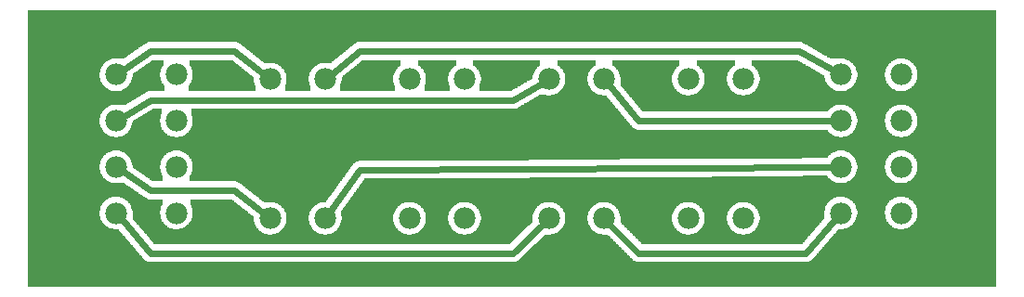
<source format=gtl>
G04 MADE WITH FRITZING*
G04 WWW.FRITZING.ORG*
G04 DOUBLE SIDED*
G04 HOLES PLATED*
G04 CONTOUR ON CENTER OF CONTOUR VECTOR*
%ASAXBY*%
%FSLAX23Y23*%
%MOIN*%
%OFA0B0*%
%SFA1.0B1.0*%
%ADD10C,0.075000*%
%ADD11C,0.077559*%
%ADD12C,0.110236*%
%ADD13C,0.024000*%
%LNCOPPER1*%
G90*
G70*
G54D10*
X687Y802D03*
X1270Y802D03*
X1734Y802D03*
X2850Y963D03*
G54D11*
X357Y802D03*
X573Y802D03*
X357Y636D03*
X573Y636D03*
X357Y471D03*
X573Y471D03*
X357Y305D03*
X573Y305D03*
X2957Y802D03*
X3173Y802D03*
X2957Y636D03*
X3173Y636D03*
X2957Y471D03*
X3173Y471D03*
X2957Y305D03*
X3173Y305D03*
G54D12*
X3432Y111D03*
X107Y111D03*
X3432Y961D03*
X107Y961D03*
G54D11*
X2107Y786D03*
X1910Y786D03*
X1607Y286D03*
X1410Y286D03*
X2107Y286D03*
X1910Y286D03*
X1107Y786D03*
X910Y786D03*
X1107Y286D03*
X910Y286D03*
X1607Y786D03*
X1410Y786D03*
X2607Y786D03*
X2410Y786D03*
X2607Y286D03*
X2410Y286D03*
G54D13*
X782Y888D02*
X480Y888D01*
D02*
X480Y888D02*
X385Y821D01*
D02*
X886Y805D02*
X782Y888D01*
D02*
X1232Y888D02*
X1130Y805D01*
D02*
X2807Y888D02*
X1232Y888D01*
D02*
X2927Y819D02*
X2807Y888D01*
D02*
X1782Y711D02*
X1884Y771D01*
D02*
X480Y711D02*
X1782Y711D01*
D02*
X386Y654D02*
X480Y711D01*
D02*
X2232Y637D02*
X2126Y763D01*
D02*
X2923Y636D02*
X2232Y637D01*
D02*
X782Y386D02*
X480Y386D01*
D02*
X480Y386D02*
X385Y452D01*
D02*
X886Y305D02*
X782Y386D01*
D02*
X1232Y460D02*
X1124Y311D01*
D02*
X2923Y471D02*
X1232Y460D01*
D02*
X1782Y161D02*
X480Y161D01*
D02*
X480Y161D02*
X379Y280D01*
D02*
X1888Y265D02*
X1782Y161D01*
D02*
X2832Y161D02*
X2232Y161D01*
D02*
X2232Y161D02*
X2128Y265D01*
D02*
X2934Y280D02*
X2832Y161D01*
G36*
X620Y855D02*
X620Y835D01*
X622Y835D01*
X622Y833D01*
X624Y833D01*
X624Y829D01*
X626Y829D01*
X626Y825D01*
X628Y825D01*
X628Y819D01*
X630Y819D01*
X630Y811D01*
X632Y811D01*
X632Y791D01*
X630Y791D01*
X630Y783D01*
X628Y783D01*
X628Y777D01*
X626Y777D01*
X626Y773D01*
X624Y773D01*
X624Y771D01*
X622Y771D01*
X622Y767D01*
X620Y767D01*
X620Y765D01*
X618Y765D01*
X618Y763D01*
X616Y763D01*
X616Y743D01*
X856Y743D01*
X856Y765D01*
X854Y765D01*
X854Y773D01*
X852Y773D01*
X852Y793D01*
X848Y793D01*
X848Y795D01*
X846Y795D01*
X846Y797D01*
X844Y797D01*
X844Y799D01*
X842Y799D01*
X842Y801D01*
X838Y801D01*
X838Y803D01*
X836Y803D01*
X836Y805D01*
X834Y805D01*
X834Y807D01*
X830Y807D01*
X830Y809D01*
X828Y809D01*
X828Y811D01*
X826Y811D01*
X826Y813D01*
X824Y813D01*
X824Y815D01*
X820Y815D01*
X820Y817D01*
X818Y817D01*
X818Y819D01*
X816Y819D01*
X816Y821D01*
X814Y821D01*
X814Y823D01*
X810Y823D01*
X810Y825D01*
X808Y825D01*
X808Y827D01*
X806Y827D01*
X806Y829D01*
X804Y829D01*
X804Y831D01*
X800Y831D01*
X800Y833D01*
X798Y833D01*
X798Y835D01*
X796Y835D01*
X796Y837D01*
X794Y837D01*
X794Y839D01*
X790Y839D01*
X790Y841D01*
X788Y841D01*
X788Y843D01*
X786Y843D01*
X786Y845D01*
X784Y845D01*
X784Y847D01*
X780Y847D01*
X780Y849D01*
X778Y849D01*
X778Y851D01*
X776Y851D01*
X776Y853D01*
X774Y853D01*
X774Y855D01*
X620Y855D01*
G37*
D02*
G36*
X1242Y855D02*
X1242Y853D01*
X1238Y853D01*
X1238Y851D01*
X1236Y851D01*
X1236Y849D01*
X1234Y849D01*
X1234Y847D01*
X1232Y847D01*
X1232Y845D01*
X1228Y845D01*
X1228Y843D01*
X1226Y843D01*
X1226Y841D01*
X1224Y841D01*
X1224Y839D01*
X1222Y839D01*
X1222Y837D01*
X1220Y837D01*
X1220Y835D01*
X1216Y835D01*
X1216Y833D01*
X1214Y833D01*
X1214Y831D01*
X1212Y831D01*
X1212Y829D01*
X1210Y829D01*
X1210Y827D01*
X1206Y827D01*
X1206Y825D01*
X1204Y825D01*
X1204Y823D01*
X1202Y823D01*
X1202Y821D01*
X1200Y821D01*
X1200Y819D01*
X1196Y819D01*
X1196Y817D01*
X1194Y817D01*
X1194Y815D01*
X1192Y815D01*
X1192Y813D01*
X1190Y813D01*
X1190Y811D01*
X1186Y811D01*
X1186Y809D01*
X1184Y809D01*
X1184Y807D01*
X1182Y807D01*
X1182Y805D01*
X1180Y805D01*
X1180Y803D01*
X1178Y803D01*
X1178Y801D01*
X1174Y801D01*
X1174Y799D01*
X1172Y799D01*
X1172Y797D01*
X1170Y797D01*
X1170Y795D01*
X1168Y795D01*
X1168Y793D01*
X1166Y793D01*
X1166Y779D01*
X1164Y779D01*
X1164Y769D01*
X1162Y769D01*
X1162Y763D01*
X1160Y763D01*
X1160Y743D01*
X1356Y743D01*
X1356Y765D01*
X1354Y765D01*
X1354Y773D01*
X1352Y773D01*
X1352Y801D01*
X1354Y801D01*
X1354Y807D01*
X1356Y807D01*
X1356Y811D01*
X1358Y811D01*
X1358Y815D01*
X1360Y815D01*
X1360Y819D01*
X1362Y819D01*
X1362Y821D01*
X1364Y821D01*
X1364Y823D01*
X1366Y823D01*
X1366Y827D01*
X1368Y827D01*
X1368Y829D01*
X1372Y829D01*
X1372Y831D01*
X1374Y831D01*
X1374Y833D01*
X1376Y833D01*
X1376Y835D01*
X1378Y835D01*
X1378Y855D01*
X1242Y855D01*
G37*
D02*
G36*
X1440Y855D02*
X1440Y835D01*
X1444Y835D01*
X1444Y833D01*
X1446Y833D01*
X1446Y831D01*
X1448Y831D01*
X1448Y829D01*
X1452Y829D01*
X1452Y825D01*
X1454Y825D01*
X1454Y823D01*
X1456Y823D01*
X1456Y821D01*
X1458Y821D01*
X1458Y819D01*
X1460Y819D01*
X1460Y815D01*
X1462Y815D01*
X1462Y811D01*
X1464Y811D01*
X1464Y807D01*
X1466Y807D01*
X1466Y799D01*
X1468Y799D01*
X1468Y773D01*
X1466Y773D01*
X1466Y767D01*
X1464Y767D01*
X1464Y743D01*
X1554Y743D01*
X1554Y763D01*
X1552Y763D01*
X1552Y767D01*
X1550Y767D01*
X1550Y777D01*
X1548Y777D01*
X1548Y797D01*
X1550Y797D01*
X1550Y805D01*
X1552Y805D01*
X1552Y809D01*
X1554Y809D01*
X1554Y813D01*
X1556Y813D01*
X1556Y817D01*
X1558Y817D01*
X1558Y821D01*
X1560Y821D01*
X1560Y823D01*
X1562Y823D01*
X1562Y825D01*
X1564Y825D01*
X1564Y827D01*
X1566Y827D01*
X1566Y829D01*
X1568Y829D01*
X1568Y831D01*
X1570Y831D01*
X1570Y833D01*
X1572Y833D01*
X1572Y835D01*
X1576Y835D01*
X1576Y855D01*
X1440Y855D01*
G37*
D02*
G36*
X1638Y855D02*
X1638Y835D01*
X1640Y835D01*
X1640Y833D01*
X1644Y833D01*
X1644Y831D01*
X1646Y831D01*
X1646Y829D01*
X1648Y829D01*
X1648Y827D01*
X1650Y827D01*
X1650Y825D01*
X1652Y825D01*
X1652Y821D01*
X1654Y821D01*
X1654Y819D01*
X1656Y819D01*
X1656Y817D01*
X1658Y817D01*
X1658Y813D01*
X1660Y813D01*
X1660Y809D01*
X1662Y809D01*
X1662Y803D01*
X1664Y803D01*
X1664Y793D01*
X1666Y793D01*
X1666Y779D01*
X1664Y779D01*
X1664Y769D01*
X1662Y769D01*
X1662Y763D01*
X1660Y763D01*
X1660Y743D01*
X1774Y743D01*
X1774Y745D01*
X1778Y745D01*
X1778Y747D01*
X1782Y747D01*
X1782Y749D01*
X1784Y749D01*
X1784Y751D01*
X1788Y751D01*
X1788Y753D01*
X1792Y753D01*
X1792Y755D01*
X1796Y755D01*
X1796Y757D01*
X1798Y757D01*
X1798Y759D01*
X1802Y759D01*
X1802Y761D01*
X1806Y761D01*
X1806Y763D01*
X1808Y763D01*
X1808Y765D01*
X1812Y765D01*
X1812Y767D01*
X1816Y767D01*
X1816Y769D01*
X1820Y769D01*
X1820Y771D01*
X1822Y771D01*
X1822Y773D01*
X1826Y773D01*
X1826Y775D01*
X1830Y775D01*
X1830Y777D01*
X1832Y777D01*
X1832Y779D01*
X1836Y779D01*
X1836Y781D01*
X1840Y781D01*
X1840Y783D01*
X1842Y783D01*
X1842Y785D01*
X1846Y785D01*
X1846Y787D01*
X1850Y787D01*
X1850Y789D01*
X1852Y789D01*
X1852Y801D01*
X1854Y801D01*
X1854Y807D01*
X1856Y807D01*
X1856Y811D01*
X1858Y811D01*
X1858Y815D01*
X1860Y815D01*
X1860Y819D01*
X1862Y819D01*
X1862Y821D01*
X1864Y821D01*
X1864Y823D01*
X1866Y823D01*
X1866Y827D01*
X1868Y827D01*
X1868Y829D01*
X1872Y829D01*
X1872Y831D01*
X1874Y831D01*
X1874Y833D01*
X1876Y833D01*
X1876Y835D01*
X1878Y835D01*
X1878Y855D01*
X1638Y855D01*
G37*
D02*
G36*
X40Y1035D02*
X40Y919D01*
X2816Y919D01*
X2816Y917D01*
X2822Y917D01*
X2822Y915D01*
X2826Y915D01*
X2826Y913D01*
X2828Y913D01*
X2828Y911D01*
X2832Y911D01*
X2832Y909D01*
X2836Y909D01*
X2836Y907D01*
X2840Y907D01*
X2840Y905D01*
X2842Y905D01*
X2842Y903D01*
X2846Y903D01*
X2846Y901D01*
X2850Y901D01*
X2850Y899D01*
X2854Y899D01*
X2854Y897D01*
X2856Y897D01*
X2856Y895D01*
X2860Y895D01*
X2860Y893D01*
X2864Y893D01*
X2864Y891D01*
X2866Y891D01*
X2866Y889D01*
X2870Y889D01*
X2870Y887D01*
X2874Y887D01*
X2874Y885D01*
X2878Y885D01*
X2878Y883D01*
X2880Y883D01*
X2880Y881D01*
X2884Y881D01*
X2884Y879D01*
X2888Y879D01*
X2888Y877D01*
X2892Y877D01*
X2892Y875D01*
X2894Y875D01*
X2894Y873D01*
X2898Y873D01*
X2898Y871D01*
X2902Y871D01*
X2902Y869D01*
X2906Y869D01*
X2906Y867D01*
X2908Y867D01*
X2908Y865D01*
X2912Y865D01*
X2912Y863D01*
X2916Y863D01*
X2916Y861D01*
X3178Y861D01*
X3178Y859D01*
X3188Y859D01*
X3188Y857D01*
X3196Y857D01*
X3196Y855D01*
X3200Y855D01*
X3200Y853D01*
X3204Y853D01*
X3204Y851D01*
X3206Y851D01*
X3206Y849D01*
X3208Y849D01*
X3208Y847D01*
X3212Y847D01*
X3212Y845D01*
X3214Y845D01*
X3214Y843D01*
X3216Y843D01*
X3216Y841D01*
X3218Y841D01*
X3218Y837D01*
X3220Y837D01*
X3220Y835D01*
X3222Y835D01*
X3222Y833D01*
X3224Y833D01*
X3224Y829D01*
X3226Y829D01*
X3226Y825D01*
X3228Y825D01*
X3228Y819D01*
X3230Y819D01*
X3230Y811D01*
X3232Y811D01*
X3232Y791D01*
X3230Y791D01*
X3230Y783D01*
X3228Y783D01*
X3228Y777D01*
X3226Y777D01*
X3226Y773D01*
X3224Y773D01*
X3224Y771D01*
X3222Y771D01*
X3222Y767D01*
X3220Y767D01*
X3220Y765D01*
X3218Y765D01*
X3218Y763D01*
X3216Y763D01*
X3216Y761D01*
X3214Y761D01*
X3214Y759D01*
X3212Y759D01*
X3212Y757D01*
X3210Y757D01*
X3210Y755D01*
X3208Y755D01*
X3208Y753D01*
X3204Y753D01*
X3204Y751D01*
X3202Y751D01*
X3202Y749D01*
X3198Y749D01*
X3198Y747D01*
X3192Y747D01*
X3192Y745D01*
X3184Y745D01*
X3184Y743D01*
X3514Y743D01*
X3514Y1035D01*
X40Y1035D01*
G37*
D02*
G36*
X40Y919D02*
X40Y861D01*
X362Y861D01*
X362Y859D01*
X384Y859D01*
X384Y861D01*
X388Y861D01*
X388Y863D01*
X390Y863D01*
X390Y865D01*
X394Y865D01*
X394Y867D01*
X396Y867D01*
X396Y869D01*
X398Y869D01*
X398Y871D01*
X402Y871D01*
X402Y873D01*
X404Y873D01*
X404Y875D01*
X408Y875D01*
X408Y877D01*
X410Y877D01*
X410Y879D01*
X414Y879D01*
X414Y881D01*
X416Y881D01*
X416Y883D01*
X418Y883D01*
X418Y885D01*
X422Y885D01*
X422Y887D01*
X424Y887D01*
X424Y889D01*
X428Y889D01*
X428Y891D01*
X430Y891D01*
X430Y893D01*
X434Y893D01*
X434Y895D01*
X436Y895D01*
X436Y897D01*
X438Y897D01*
X438Y899D01*
X442Y899D01*
X442Y901D01*
X444Y901D01*
X444Y903D01*
X448Y903D01*
X448Y905D01*
X450Y905D01*
X450Y907D01*
X454Y907D01*
X454Y909D01*
X456Y909D01*
X456Y911D01*
X460Y911D01*
X460Y913D01*
X462Y913D01*
X462Y915D01*
X466Y915D01*
X466Y917D01*
X470Y917D01*
X470Y919D01*
X40Y919D01*
G37*
D02*
G36*
X792Y919D02*
X792Y917D01*
X798Y917D01*
X798Y915D01*
X800Y915D01*
X800Y913D01*
X804Y913D01*
X804Y911D01*
X806Y911D01*
X806Y909D01*
X808Y909D01*
X808Y907D01*
X810Y907D01*
X810Y905D01*
X814Y905D01*
X814Y903D01*
X816Y903D01*
X816Y901D01*
X818Y901D01*
X818Y899D01*
X820Y899D01*
X820Y897D01*
X824Y897D01*
X824Y895D01*
X826Y895D01*
X826Y893D01*
X828Y893D01*
X828Y891D01*
X830Y891D01*
X830Y889D01*
X834Y889D01*
X834Y887D01*
X836Y887D01*
X836Y885D01*
X838Y885D01*
X838Y883D01*
X840Y883D01*
X840Y881D01*
X844Y881D01*
X844Y879D01*
X846Y879D01*
X846Y877D01*
X848Y877D01*
X848Y875D01*
X850Y875D01*
X850Y873D01*
X854Y873D01*
X854Y871D01*
X856Y871D01*
X856Y869D01*
X858Y869D01*
X858Y867D01*
X860Y867D01*
X860Y865D01*
X864Y865D01*
X864Y863D01*
X866Y863D01*
X866Y861D01*
X868Y861D01*
X868Y859D01*
X870Y859D01*
X870Y857D01*
X874Y857D01*
X874Y855D01*
X876Y855D01*
X876Y853D01*
X878Y853D01*
X878Y851D01*
X882Y851D01*
X882Y849D01*
X884Y849D01*
X884Y847D01*
X886Y847D01*
X886Y845D01*
X920Y845D01*
X920Y843D01*
X928Y843D01*
X928Y841D01*
X934Y841D01*
X934Y839D01*
X938Y839D01*
X938Y837D01*
X940Y837D01*
X940Y835D01*
X944Y835D01*
X944Y833D01*
X946Y833D01*
X946Y831D01*
X948Y831D01*
X948Y829D01*
X952Y829D01*
X952Y825D01*
X954Y825D01*
X954Y823D01*
X956Y823D01*
X956Y821D01*
X958Y821D01*
X958Y819D01*
X960Y819D01*
X960Y815D01*
X962Y815D01*
X962Y811D01*
X964Y811D01*
X964Y807D01*
X966Y807D01*
X966Y799D01*
X968Y799D01*
X968Y773D01*
X966Y773D01*
X966Y767D01*
X964Y767D01*
X964Y743D01*
X1054Y743D01*
X1054Y763D01*
X1052Y763D01*
X1052Y767D01*
X1050Y767D01*
X1050Y777D01*
X1048Y777D01*
X1048Y797D01*
X1050Y797D01*
X1050Y805D01*
X1052Y805D01*
X1052Y809D01*
X1054Y809D01*
X1054Y813D01*
X1056Y813D01*
X1056Y817D01*
X1058Y817D01*
X1058Y821D01*
X1060Y821D01*
X1060Y823D01*
X1062Y823D01*
X1062Y825D01*
X1064Y825D01*
X1064Y827D01*
X1066Y827D01*
X1066Y829D01*
X1068Y829D01*
X1068Y831D01*
X1070Y831D01*
X1070Y833D01*
X1072Y833D01*
X1072Y835D01*
X1076Y835D01*
X1076Y837D01*
X1080Y837D01*
X1080Y839D01*
X1084Y839D01*
X1084Y841D01*
X1088Y841D01*
X1088Y843D01*
X1098Y843D01*
X1098Y845D01*
X1130Y845D01*
X1130Y847D01*
X1132Y847D01*
X1132Y849D01*
X1134Y849D01*
X1134Y851D01*
X1138Y851D01*
X1138Y853D01*
X1140Y853D01*
X1140Y855D01*
X1142Y855D01*
X1142Y857D01*
X1144Y857D01*
X1144Y859D01*
X1148Y859D01*
X1148Y861D01*
X1150Y861D01*
X1150Y863D01*
X1152Y863D01*
X1152Y865D01*
X1154Y865D01*
X1154Y867D01*
X1156Y867D01*
X1156Y869D01*
X1160Y869D01*
X1160Y871D01*
X1162Y871D01*
X1162Y873D01*
X1164Y873D01*
X1164Y875D01*
X1166Y875D01*
X1166Y877D01*
X1170Y877D01*
X1170Y879D01*
X1172Y879D01*
X1172Y881D01*
X1174Y881D01*
X1174Y883D01*
X1176Y883D01*
X1176Y885D01*
X1180Y885D01*
X1180Y887D01*
X1182Y887D01*
X1182Y889D01*
X1184Y889D01*
X1184Y891D01*
X1186Y891D01*
X1186Y893D01*
X1190Y893D01*
X1190Y895D01*
X1192Y895D01*
X1192Y897D01*
X1194Y897D01*
X1194Y899D01*
X1196Y899D01*
X1196Y901D01*
X1198Y901D01*
X1198Y903D01*
X1202Y903D01*
X1202Y905D01*
X1204Y905D01*
X1204Y907D01*
X1206Y907D01*
X1206Y909D01*
X1208Y909D01*
X1208Y911D01*
X1212Y911D01*
X1212Y913D01*
X1214Y913D01*
X1214Y915D01*
X1218Y915D01*
X1218Y917D01*
X1222Y917D01*
X1222Y919D01*
X792Y919D01*
G37*
D02*
G36*
X40Y861D02*
X40Y743D01*
X346Y743D01*
X346Y745D01*
X338Y745D01*
X338Y747D01*
X332Y747D01*
X332Y749D01*
X328Y749D01*
X328Y751D01*
X326Y751D01*
X326Y753D01*
X322Y753D01*
X322Y755D01*
X320Y755D01*
X320Y757D01*
X318Y757D01*
X318Y759D01*
X316Y759D01*
X316Y761D01*
X314Y761D01*
X314Y763D01*
X312Y763D01*
X312Y765D01*
X310Y765D01*
X310Y767D01*
X308Y767D01*
X308Y771D01*
X306Y771D01*
X306Y773D01*
X304Y773D01*
X304Y777D01*
X302Y777D01*
X302Y783D01*
X300Y783D01*
X300Y791D01*
X298Y791D01*
X298Y811D01*
X300Y811D01*
X300Y821D01*
X302Y821D01*
X302Y825D01*
X304Y825D01*
X304Y829D01*
X306Y829D01*
X306Y833D01*
X308Y833D01*
X308Y835D01*
X310Y835D01*
X310Y837D01*
X312Y837D01*
X312Y841D01*
X314Y841D01*
X314Y843D01*
X316Y843D01*
X316Y845D01*
X318Y845D01*
X318Y847D01*
X322Y847D01*
X322Y849D01*
X324Y849D01*
X324Y851D01*
X326Y851D01*
X326Y853D01*
X330Y853D01*
X330Y855D01*
X334Y855D01*
X334Y857D01*
X340Y857D01*
X340Y859D01*
X352Y859D01*
X352Y861D01*
X40Y861D01*
G37*
D02*
G36*
X2920Y861D02*
X2920Y859D01*
X2952Y859D01*
X2952Y861D01*
X2920Y861D01*
G37*
D02*
G36*
X2962Y861D02*
X2962Y859D01*
X2972Y859D01*
X2972Y857D01*
X2978Y857D01*
X2978Y855D01*
X2982Y855D01*
X2982Y853D01*
X2986Y853D01*
X2986Y851D01*
X2990Y851D01*
X2990Y849D01*
X2992Y849D01*
X2992Y847D01*
X2994Y847D01*
X2994Y845D01*
X2998Y845D01*
X2998Y843D01*
X3000Y843D01*
X3000Y839D01*
X3002Y839D01*
X3002Y837D01*
X3004Y837D01*
X3004Y835D01*
X3006Y835D01*
X3006Y831D01*
X3008Y831D01*
X3008Y829D01*
X3010Y829D01*
X3010Y823D01*
X3012Y823D01*
X3012Y817D01*
X3014Y817D01*
X3014Y809D01*
X3016Y809D01*
X3016Y795D01*
X3014Y795D01*
X3014Y785D01*
X3012Y785D01*
X3012Y779D01*
X3010Y779D01*
X3010Y775D01*
X3008Y775D01*
X3008Y771D01*
X3006Y771D01*
X3006Y769D01*
X3004Y769D01*
X3004Y765D01*
X3002Y765D01*
X3002Y763D01*
X3000Y763D01*
X3000Y761D01*
X2998Y761D01*
X2998Y759D01*
X2996Y759D01*
X2996Y757D01*
X2994Y757D01*
X2994Y755D01*
X2990Y755D01*
X2990Y753D01*
X2988Y753D01*
X2988Y751D01*
X2984Y751D01*
X2984Y749D01*
X2980Y749D01*
X2980Y747D01*
X2976Y747D01*
X2976Y745D01*
X2968Y745D01*
X2968Y743D01*
X3162Y743D01*
X3162Y745D01*
X3154Y745D01*
X3154Y747D01*
X3150Y747D01*
X3150Y749D01*
X3146Y749D01*
X3146Y751D01*
X3142Y751D01*
X3142Y753D01*
X3140Y753D01*
X3140Y755D01*
X3136Y755D01*
X3136Y757D01*
X3134Y757D01*
X3134Y759D01*
X3132Y759D01*
X3132Y761D01*
X3130Y761D01*
X3130Y763D01*
X3128Y763D01*
X3128Y765D01*
X3126Y765D01*
X3126Y769D01*
X3124Y769D01*
X3124Y771D01*
X3122Y771D01*
X3122Y775D01*
X3120Y775D01*
X3120Y779D01*
X3118Y779D01*
X3118Y785D01*
X3116Y785D01*
X3116Y795D01*
X3114Y795D01*
X3114Y809D01*
X3116Y809D01*
X3116Y819D01*
X3118Y819D01*
X3118Y825D01*
X3120Y825D01*
X3120Y829D01*
X3122Y829D01*
X3122Y831D01*
X3124Y831D01*
X3124Y835D01*
X3126Y835D01*
X3126Y837D01*
X3128Y837D01*
X3128Y839D01*
X3130Y839D01*
X3130Y843D01*
X3132Y843D01*
X3132Y845D01*
X3136Y845D01*
X3136Y847D01*
X3138Y847D01*
X3138Y849D01*
X3140Y849D01*
X3140Y851D01*
X3144Y851D01*
X3144Y853D01*
X3146Y853D01*
X3146Y855D01*
X3152Y855D01*
X3152Y857D01*
X3158Y857D01*
X3158Y859D01*
X3168Y859D01*
X3168Y861D01*
X2962Y861D01*
G37*
D02*
G36*
X488Y855D02*
X488Y853D01*
X484Y853D01*
X484Y851D01*
X482Y851D01*
X482Y849D01*
X480Y849D01*
X480Y847D01*
X476Y847D01*
X476Y845D01*
X474Y845D01*
X474Y843D01*
X470Y843D01*
X470Y841D01*
X468Y841D01*
X468Y839D01*
X464Y839D01*
X464Y837D01*
X462Y837D01*
X462Y835D01*
X460Y835D01*
X460Y833D01*
X456Y833D01*
X456Y831D01*
X454Y831D01*
X454Y829D01*
X450Y829D01*
X450Y827D01*
X448Y827D01*
X448Y825D01*
X444Y825D01*
X444Y823D01*
X442Y823D01*
X442Y821D01*
X440Y821D01*
X440Y819D01*
X436Y819D01*
X436Y817D01*
X434Y817D01*
X434Y815D01*
X430Y815D01*
X430Y813D01*
X428Y813D01*
X428Y811D01*
X424Y811D01*
X424Y809D01*
X422Y809D01*
X422Y807D01*
X418Y807D01*
X418Y805D01*
X416Y805D01*
X416Y795D01*
X414Y795D01*
X414Y785D01*
X412Y785D01*
X412Y779D01*
X410Y779D01*
X410Y775D01*
X408Y775D01*
X408Y771D01*
X406Y771D01*
X406Y769D01*
X404Y769D01*
X404Y765D01*
X402Y765D01*
X402Y763D01*
X400Y763D01*
X400Y761D01*
X398Y761D01*
X398Y759D01*
X396Y759D01*
X396Y757D01*
X394Y757D01*
X394Y755D01*
X390Y755D01*
X390Y753D01*
X388Y753D01*
X388Y751D01*
X384Y751D01*
X384Y749D01*
X380Y749D01*
X380Y747D01*
X376Y747D01*
X376Y745D01*
X368Y745D01*
X368Y743D01*
X530Y743D01*
X530Y763D01*
X528Y763D01*
X528Y765D01*
X526Y765D01*
X526Y769D01*
X524Y769D01*
X524Y771D01*
X522Y771D01*
X522Y775D01*
X520Y775D01*
X520Y779D01*
X518Y779D01*
X518Y785D01*
X516Y785D01*
X516Y795D01*
X514Y795D01*
X514Y809D01*
X516Y809D01*
X516Y819D01*
X518Y819D01*
X518Y825D01*
X520Y825D01*
X520Y829D01*
X522Y829D01*
X522Y831D01*
X524Y831D01*
X524Y835D01*
X526Y835D01*
X526Y855D01*
X488Y855D01*
G37*
D02*
G36*
X1940Y855D02*
X1940Y835D01*
X1944Y835D01*
X1944Y833D01*
X1946Y833D01*
X1946Y831D01*
X1948Y831D01*
X1948Y829D01*
X1952Y829D01*
X1952Y825D01*
X1954Y825D01*
X1954Y823D01*
X1956Y823D01*
X1956Y821D01*
X1958Y821D01*
X1958Y819D01*
X1960Y819D01*
X1960Y815D01*
X1962Y815D01*
X1962Y811D01*
X1964Y811D01*
X1964Y807D01*
X1966Y807D01*
X1966Y799D01*
X1968Y799D01*
X1968Y773D01*
X1966Y773D01*
X1966Y767D01*
X1964Y767D01*
X1964Y761D01*
X1962Y761D01*
X1962Y757D01*
X1960Y757D01*
X1960Y755D01*
X1958Y755D01*
X1958Y751D01*
X1956Y751D01*
X1956Y749D01*
X1954Y749D01*
X1954Y747D01*
X1952Y747D01*
X1952Y745D01*
X1950Y745D01*
X1950Y743D01*
X1948Y743D01*
X1948Y741D01*
X1946Y741D01*
X1946Y739D01*
X1944Y739D01*
X1944Y737D01*
X1940Y737D01*
X1940Y735D01*
X1936Y735D01*
X1936Y733D01*
X1932Y733D01*
X1932Y731D01*
X1926Y731D01*
X1926Y729D01*
X1916Y729D01*
X1916Y727D01*
X2100Y727D01*
X2100Y729D01*
X2090Y729D01*
X2090Y731D01*
X2084Y731D01*
X2084Y733D01*
X2080Y733D01*
X2080Y735D01*
X2076Y735D01*
X2076Y737D01*
X2074Y737D01*
X2074Y739D01*
X2070Y739D01*
X2070Y741D01*
X2068Y741D01*
X2068Y743D01*
X2066Y743D01*
X2066Y745D01*
X2064Y745D01*
X2064Y747D01*
X2062Y747D01*
X2062Y749D01*
X2060Y749D01*
X2060Y753D01*
X2058Y753D01*
X2058Y755D01*
X2056Y755D01*
X2056Y759D01*
X2054Y759D01*
X2054Y763D01*
X2052Y763D01*
X2052Y767D01*
X2050Y767D01*
X2050Y777D01*
X2048Y777D01*
X2048Y797D01*
X2050Y797D01*
X2050Y805D01*
X2052Y805D01*
X2052Y809D01*
X2054Y809D01*
X2054Y813D01*
X2056Y813D01*
X2056Y817D01*
X2058Y817D01*
X2058Y821D01*
X2060Y821D01*
X2060Y823D01*
X2062Y823D01*
X2062Y825D01*
X2064Y825D01*
X2064Y827D01*
X2066Y827D01*
X2066Y829D01*
X2068Y829D01*
X2068Y831D01*
X2070Y831D01*
X2070Y833D01*
X2072Y833D01*
X2072Y835D01*
X2076Y835D01*
X2076Y855D01*
X1940Y855D01*
G37*
D02*
G36*
X2138Y855D02*
X2138Y835D01*
X2140Y835D01*
X2140Y833D01*
X2144Y833D01*
X2144Y831D01*
X2146Y831D01*
X2146Y829D01*
X2148Y829D01*
X2148Y827D01*
X2150Y827D01*
X2150Y825D01*
X2152Y825D01*
X2152Y821D01*
X2154Y821D01*
X2154Y819D01*
X2156Y819D01*
X2156Y817D01*
X2158Y817D01*
X2158Y813D01*
X2160Y813D01*
X2160Y809D01*
X2162Y809D01*
X2162Y803D01*
X2164Y803D01*
X2164Y793D01*
X2166Y793D01*
X2166Y765D01*
X2168Y765D01*
X2168Y761D01*
X2170Y761D01*
X2170Y759D01*
X2172Y759D01*
X2172Y757D01*
X2174Y757D01*
X2174Y755D01*
X2176Y755D01*
X2176Y753D01*
X2178Y753D01*
X2178Y749D01*
X2180Y749D01*
X2180Y747D01*
X2182Y747D01*
X2182Y745D01*
X2184Y745D01*
X2184Y743D01*
X2186Y743D01*
X2186Y741D01*
X2188Y741D01*
X2188Y737D01*
X2190Y737D01*
X2190Y735D01*
X2192Y735D01*
X2192Y733D01*
X2194Y733D01*
X2194Y731D01*
X2196Y731D01*
X2196Y729D01*
X2198Y729D01*
X2198Y727D01*
X2402Y727D01*
X2402Y729D01*
X2392Y729D01*
X2392Y731D01*
X2388Y731D01*
X2388Y733D01*
X2384Y733D01*
X2384Y735D01*
X2380Y735D01*
X2380Y737D01*
X2376Y737D01*
X2376Y739D01*
X2374Y739D01*
X2374Y741D01*
X2372Y741D01*
X2372Y743D01*
X2370Y743D01*
X2370Y745D01*
X2368Y745D01*
X2368Y747D01*
X2366Y747D01*
X2366Y749D01*
X2364Y749D01*
X2364Y751D01*
X2362Y751D01*
X2362Y753D01*
X2360Y753D01*
X2360Y757D01*
X2358Y757D01*
X2358Y761D01*
X2356Y761D01*
X2356Y765D01*
X2354Y765D01*
X2354Y773D01*
X2352Y773D01*
X2352Y801D01*
X2354Y801D01*
X2354Y807D01*
X2356Y807D01*
X2356Y811D01*
X2358Y811D01*
X2358Y815D01*
X2360Y815D01*
X2360Y819D01*
X2362Y819D01*
X2362Y821D01*
X2364Y821D01*
X2364Y823D01*
X2366Y823D01*
X2366Y827D01*
X2368Y827D01*
X2368Y829D01*
X2372Y829D01*
X2372Y831D01*
X2374Y831D01*
X2374Y833D01*
X2376Y833D01*
X2376Y835D01*
X2378Y835D01*
X2378Y855D01*
X2138Y855D01*
G37*
D02*
G36*
X2440Y855D02*
X2440Y835D01*
X2444Y835D01*
X2444Y833D01*
X2446Y833D01*
X2446Y831D01*
X2448Y831D01*
X2448Y829D01*
X2452Y829D01*
X2452Y825D01*
X2454Y825D01*
X2454Y823D01*
X2456Y823D01*
X2456Y821D01*
X2458Y821D01*
X2458Y819D01*
X2460Y819D01*
X2460Y815D01*
X2462Y815D01*
X2462Y811D01*
X2464Y811D01*
X2464Y807D01*
X2466Y807D01*
X2466Y799D01*
X2468Y799D01*
X2468Y773D01*
X2466Y773D01*
X2466Y767D01*
X2464Y767D01*
X2464Y761D01*
X2462Y761D01*
X2462Y757D01*
X2460Y757D01*
X2460Y755D01*
X2458Y755D01*
X2458Y751D01*
X2456Y751D01*
X2456Y749D01*
X2454Y749D01*
X2454Y747D01*
X2452Y747D01*
X2452Y745D01*
X2450Y745D01*
X2450Y743D01*
X2448Y743D01*
X2448Y741D01*
X2446Y741D01*
X2446Y739D01*
X2444Y739D01*
X2444Y737D01*
X2440Y737D01*
X2440Y735D01*
X2436Y735D01*
X2436Y733D01*
X2432Y733D01*
X2432Y731D01*
X2426Y731D01*
X2426Y729D01*
X2416Y729D01*
X2416Y727D01*
X2600Y727D01*
X2600Y729D01*
X2590Y729D01*
X2590Y731D01*
X2584Y731D01*
X2584Y733D01*
X2580Y733D01*
X2580Y735D01*
X2576Y735D01*
X2576Y737D01*
X2574Y737D01*
X2574Y739D01*
X2570Y739D01*
X2570Y741D01*
X2568Y741D01*
X2568Y743D01*
X2566Y743D01*
X2566Y745D01*
X2564Y745D01*
X2564Y747D01*
X2562Y747D01*
X2562Y749D01*
X2560Y749D01*
X2560Y753D01*
X2558Y753D01*
X2558Y755D01*
X2556Y755D01*
X2556Y759D01*
X2554Y759D01*
X2554Y763D01*
X2552Y763D01*
X2552Y767D01*
X2550Y767D01*
X2550Y777D01*
X2548Y777D01*
X2548Y797D01*
X2550Y797D01*
X2550Y805D01*
X2552Y805D01*
X2552Y809D01*
X2554Y809D01*
X2554Y813D01*
X2556Y813D01*
X2556Y817D01*
X2558Y817D01*
X2558Y821D01*
X2560Y821D01*
X2560Y823D01*
X2562Y823D01*
X2562Y825D01*
X2564Y825D01*
X2564Y827D01*
X2566Y827D01*
X2566Y829D01*
X2568Y829D01*
X2568Y831D01*
X2570Y831D01*
X2570Y833D01*
X2572Y833D01*
X2572Y835D01*
X2576Y835D01*
X2576Y855D01*
X2440Y855D01*
G37*
D02*
G36*
X2638Y855D02*
X2638Y835D01*
X2640Y835D01*
X2640Y833D01*
X2644Y833D01*
X2644Y831D01*
X2646Y831D01*
X2646Y829D01*
X2648Y829D01*
X2648Y827D01*
X2650Y827D01*
X2650Y825D01*
X2652Y825D01*
X2652Y821D01*
X2654Y821D01*
X2654Y819D01*
X2656Y819D01*
X2656Y817D01*
X2658Y817D01*
X2658Y813D01*
X2660Y813D01*
X2660Y809D01*
X2662Y809D01*
X2662Y803D01*
X2664Y803D01*
X2664Y793D01*
X2666Y793D01*
X2666Y779D01*
X2664Y779D01*
X2664Y769D01*
X2662Y769D01*
X2662Y763D01*
X2660Y763D01*
X2660Y759D01*
X2658Y759D01*
X2658Y757D01*
X2656Y757D01*
X2656Y753D01*
X2654Y753D01*
X2654Y751D01*
X2652Y751D01*
X2652Y749D01*
X2650Y749D01*
X2650Y745D01*
X2648Y745D01*
X2648Y743D01*
X2946Y743D01*
X2946Y745D01*
X2938Y745D01*
X2938Y747D01*
X2932Y747D01*
X2932Y749D01*
X2928Y749D01*
X2928Y751D01*
X2926Y751D01*
X2926Y753D01*
X2922Y753D01*
X2922Y755D01*
X2920Y755D01*
X2920Y757D01*
X2918Y757D01*
X2918Y759D01*
X2916Y759D01*
X2916Y761D01*
X2914Y761D01*
X2914Y763D01*
X2912Y763D01*
X2912Y765D01*
X2910Y765D01*
X2910Y767D01*
X2908Y767D01*
X2908Y771D01*
X2906Y771D01*
X2906Y773D01*
X2904Y773D01*
X2904Y777D01*
X2902Y777D01*
X2902Y783D01*
X2900Y783D01*
X2900Y791D01*
X2898Y791D01*
X2898Y799D01*
X2896Y799D01*
X2896Y801D01*
X2892Y801D01*
X2892Y803D01*
X2888Y803D01*
X2888Y805D01*
X2884Y805D01*
X2884Y807D01*
X2882Y807D01*
X2882Y809D01*
X2878Y809D01*
X2878Y811D01*
X2874Y811D01*
X2874Y813D01*
X2870Y813D01*
X2870Y815D01*
X2868Y815D01*
X2868Y817D01*
X2864Y817D01*
X2864Y819D01*
X2860Y819D01*
X2860Y821D01*
X2856Y821D01*
X2856Y823D01*
X2854Y823D01*
X2854Y825D01*
X2850Y825D01*
X2850Y827D01*
X2846Y827D01*
X2846Y829D01*
X2842Y829D01*
X2842Y831D01*
X2840Y831D01*
X2840Y833D01*
X2836Y833D01*
X2836Y835D01*
X2832Y835D01*
X2832Y837D01*
X2830Y837D01*
X2830Y839D01*
X2826Y839D01*
X2826Y841D01*
X2822Y841D01*
X2822Y843D01*
X2818Y843D01*
X2818Y845D01*
X2816Y845D01*
X2816Y847D01*
X2812Y847D01*
X2812Y849D01*
X2808Y849D01*
X2808Y851D01*
X2804Y851D01*
X2804Y853D01*
X2802Y853D01*
X2802Y855D01*
X2638Y855D01*
G37*
D02*
G36*
X40Y743D02*
X40Y741D01*
X472Y741D01*
X472Y743D01*
X40Y743D01*
G37*
D02*
G36*
X40Y743D02*
X40Y741D01*
X472Y741D01*
X472Y743D01*
X40Y743D01*
G37*
D02*
G36*
X2646Y743D02*
X2646Y741D01*
X3514Y741D01*
X3514Y743D01*
X2646Y743D01*
G37*
D02*
G36*
X2646Y743D02*
X2646Y741D01*
X3514Y741D01*
X3514Y743D01*
X2646Y743D01*
G37*
D02*
G36*
X2646Y743D02*
X2646Y741D01*
X3514Y741D01*
X3514Y743D01*
X2646Y743D01*
G37*
D02*
G36*
X40Y741D02*
X40Y695D01*
X366Y695D01*
X366Y693D01*
X390Y693D01*
X390Y695D01*
X394Y695D01*
X394Y697D01*
X396Y697D01*
X396Y699D01*
X400Y699D01*
X400Y701D01*
X404Y701D01*
X404Y703D01*
X406Y703D01*
X406Y705D01*
X410Y705D01*
X410Y707D01*
X414Y707D01*
X414Y709D01*
X416Y709D01*
X416Y711D01*
X420Y711D01*
X420Y713D01*
X424Y713D01*
X424Y715D01*
X426Y715D01*
X426Y717D01*
X430Y717D01*
X430Y719D01*
X434Y719D01*
X434Y721D01*
X436Y721D01*
X436Y723D01*
X440Y723D01*
X440Y725D01*
X444Y725D01*
X444Y727D01*
X446Y727D01*
X446Y729D01*
X450Y729D01*
X450Y731D01*
X454Y731D01*
X454Y733D01*
X456Y733D01*
X456Y735D01*
X460Y735D01*
X460Y737D01*
X464Y737D01*
X464Y739D01*
X466Y739D01*
X466Y741D01*
X40Y741D01*
G37*
D02*
G36*
X2642Y741D02*
X2642Y739D01*
X2640Y739D01*
X2640Y737D01*
X2636Y737D01*
X2636Y735D01*
X2634Y735D01*
X2634Y733D01*
X2630Y733D01*
X2630Y731D01*
X2624Y731D01*
X2624Y729D01*
X2614Y729D01*
X2614Y727D01*
X3514Y727D01*
X3514Y741D01*
X2642Y741D01*
G37*
D02*
G36*
X1874Y729D02*
X1874Y727D01*
X1902Y727D01*
X1902Y729D01*
X1874Y729D01*
G37*
D02*
G36*
X1870Y727D02*
X1870Y725D01*
X2116Y725D01*
X2116Y727D01*
X1870Y727D01*
G37*
D02*
G36*
X1870Y727D02*
X1870Y725D01*
X2116Y725D01*
X2116Y727D01*
X1870Y727D01*
G37*
D02*
G36*
X2198Y727D02*
X2198Y725D01*
X3514Y725D01*
X3514Y727D01*
X2198Y727D01*
G37*
D02*
G36*
X2198Y727D02*
X2198Y725D01*
X3514Y725D01*
X3514Y727D01*
X2198Y727D01*
G37*
D02*
G36*
X2198Y727D02*
X2198Y725D01*
X3514Y725D01*
X3514Y727D01*
X2198Y727D01*
G37*
D02*
G36*
X1868Y725D02*
X1868Y723D01*
X1864Y723D01*
X1864Y721D01*
X1860Y721D01*
X1860Y719D01*
X1856Y719D01*
X1856Y717D01*
X1854Y717D01*
X1854Y715D01*
X1850Y715D01*
X1850Y713D01*
X1846Y713D01*
X1846Y711D01*
X1844Y711D01*
X1844Y709D01*
X1840Y709D01*
X1840Y707D01*
X1836Y707D01*
X1836Y705D01*
X1834Y705D01*
X1834Y703D01*
X1830Y703D01*
X1830Y701D01*
X1826Y701D01*
X1826Y699D01*
X1822Y699D01*
X1822Y697D01*
X1820Y697D01*
X1820Y695D01*
X1816Y695D01*
X1816Y693D01*
X1812Y693D01*
X1812Y691D01*
X1810Y691D01*
X1810Y689D01*
X1806Y689D01*
X1806Y687D01*
X1802Y687D01*
X1802Y685D01*
X1798Y685D01*
X1798Y683D01*
X1796Y683D01*
X1796Y681D01*
X1790Y681D01*
X1790Y679D01*
X626Y679D01*
X626Y659D01*
X628Y659D01*
X628Y655D01*
X630Y655D01*
X630Y647D01*
X632Y647D01*
X632Y627D01*
X630Y627D01*
X630Y617D01*
X628Y617D01*
X628Y613D01*
X626Y613D01*
X626Y609D01*
X624Y609D01*
X624Y605D01*
X622Y605D01*
X622Y603D01*
X620Y603D01*
X620Y599D01*
X618Y599D01*
X618Y597D01*
X616Y597D01*
X616Y595D01*
X614Y595D01*
X614Y593D01*
X612Y593D01*
X612Y591D01*
X610Y591D01*
X610Y589D01*
X606Y589D01*
X606Y587D01*
X604Y587D01*
X604Y585D01*
X600Y585D01*
X600Y583D01*
X596Y583D01*
X596Y581D01*
X590Y581D01*
X590Y579D01*
X580Y579D01*
X580Y577D01*
X2950Y577D01*
X2950Y579D01*
X2940Y579D01*
X2940Y581D01*
X2934Y581D01*
X2934Y583D01*
X2930Y583D01*
X2930Y585D01*
X2926Y585D01*
X2926Y587D01*
X2924Y587D01*
X2924Y589D01*
X2920Y589D01*
X2920Y591D01*
X2918Y591D01*
X2918Y593D01*
X2916Y593D01*
X2916Y595D01*
X2914Y595D01*
X2914Y597D01*
X2912Y597D01*
X2912Y599D01*
X2910Y599D01*
X2910Y603D01*
X2908Y603D01*
X2908Y605D01*
X2224Y605D01*
X2224Y607D01*
X2218Y607D01*
X2218Y609D01*
X2214Y609D01*
X2214Y611D01*
X2212Y611D01*
X2212Y613D01*
X2210Y613D01*
X2210Y615D01*
X2208Y615D01*
X2208Y617D01*
X2206Y617D01*
X2206Y619D01*
X2204Y619D01*
X2204Y621D01*
X2202Y621D01*
X2202Y623D01*
X2200Y623D01*
X2200Y627D01*
X2198Y627D01*
X2198Y629D01*
X2196Y629D01*
X2196Y631D01*
X2194Y631D01*
X2194Y633D01*
X2192Y633D01*
X2192Y635D01*
X2190Y635D01*
X2190Y637D01*
X2188Y637D01*
X2188Y641D01*
X2186Y641D01*
X2186Y643D01*
X2184Y643D01*
X2184Y645D01*
X2182Y645D01*
X2182Y647D01*
X2180Y647D01*
X2180Y649D01*
X2178Y649D01*
X2178Y653D01*
X2176Y653D01*
X2176Y655D01*
X2174Y655D01*
X2174Y657D01*
X2172Y657D01*
X2172Y659D01*
X2170Y659D01*
X2170Y661D01*
X2168Y661D01*
X2168Y665D01*
X2166Y665D01*
X2166Y667D01*
X2164Y667D01*
X2164Y669D01*
X2162Y669D01*
X2162Y671D01*
X2160Y671D01*
X2160Y673D01*
X2158Y673D01*
X2158Y677D01*
X2156Y677D01*
X2156Y679D01*
X2154Y679D01*
X2154Y681D01*
X2152Y681D01*
X2152Y683D01*
X2150Y683D01*
X2150Y685D01*
X2148Y685D01*
X2148Y689D01*
X2146Y689D01*
X2146Y691D01*
X2144Y691D01*
X2144Y693D01*
X2142Y693D01*
X2142Y695D01*
X2140Y695D01*
X2140Y697D01*
X2138Y697D01*
X2138Y701D01*
X2136Y701D01*
X2136Y703D01*
X2134Y703D01*
X2134Y705D01*
X2132Y705D01*
X2132Y707D01*
X2130Y707D01*
X2130Y709D01*
X2128Y709D01*
X2128Y713D01*
X2126Y713D01*
X2126Y715D01*
X2124Y715D01*
X2124Y717D01*
X2122Y717D01*
X2122Y719D01*
X2120Y719D01*
X2120Y721D01*
X2118Y721D01*
X2118Y725D01*
X1868Y725D01*
G37*
D02*
G36*
X2200Y725D02*
X2200Y723D01*
X2202Y723D01*
X2202Y721D01*
X2204Y721D01*
X2204Y719D01*
X2206Y719D01*
X2206Y717D01*
X2208Y717D01*
X2208Y713D01*
X2210Y713D01*
X2210Y711D01*
X2212Y711D01*
X2212Y709D01*
X2214Y709D01*
X2214Y707D01*
X2216Y707D01*
X2216Y705D01*
X2218Y705D01*
X2218Y701D01*
X2220Y701D01*
X2220Y699D01*
X2222Y699D01*
X2222Y697D01*
X2224Y697D01*
X2224Y695D01*
X3182Y695D01*
X3182Y693D01*
X3192Y693D01*
X3192Y691D01*
X3196Y691D01*
X3196Y689D01*
X3200Y689D01*
X3200Y687D01*
X3204Y687D01*
X3204Y685D01*
X3208Y685D01*
X3208Y683D01*
X3210Y683D01*
X3210Y681D01*
X3212Y681D01*
X3212Y679D01*
X3214Y679D01*
X3214Y677D01*
X3216Y677D01*
X3216Y675D01*
X3218Y675D01*
X3218Y673D01*
X3220Y673D01*
X3220Y671D01*
X3222Y671D01*
X3222Y667D01*
X3224Y667D01*
X3224Y663D01*
X3226Y663D01*
X3226Y659D01*
X3228Y659D01*
X3228Y655D01*
X3230Y655D01*
X3230Y647D01*
X3232Y647D01*
X3232Y627D01*
X3230Y627D01*
X3230Y617D01*
X3228Y617D01*
X3228Y613D01*
X3226Y613D01*
X3226Y609D01*
X3224Y609D01*
X3224Y605D01*
X3222Y605D01*
X3222Y603D01*
X3220Y603D01*
X3220Y599D01*
X3218Y599D01*
X3218Y597D01*
X3216Y597D01*
X3216Y595D01*
X3214Y595D01*
X3214Y593D01*
X3212Y593D01*
X3212Y591D01*
X3210Y591D01*
X3210Y589D01*
X3206Y589D01*
X3206Y587D01*
X3204Y587D01*
X3204Y585D01*
X3200Y585D01*
X3200Y583D01*
X3196Y583D01*
X3196Y581D01*
X3190Y581D01*
X3190Y579D01*
X3180Y579D01*
X3180Y577D01*
X3514Y577D01*
X3514Y725D01*
X2200Y725D01*
G37*
D02*
G36*
X40Y695D02*
X40Y577D01*
X350Y577D01*
X350Y579D01*
X340Y579D01*
X340Y581D01*
X334Y581D01*
X334Y583D01*
X330Y583D01*
X330Y585D01*
X326Y585D01*
X326Y587D01*
X324Y587D01*
X324Y589D01*
X320Y589D01*
X320Y591D01*
X318Y591D01*
X318Y593D01*
X316Y593D01*
X316Y595D01*
X314Y595D01*
X314Y597D01*
X312Y597D01*
X312Y599D01*
X310Y599D01*
X310Y603D01*
X308Y603D01*
X308Y605D01*
X306Y605D01*
X306Y609D01*
X304Y609D01*
X304Y613D01*
X302Y613D01*
X302Y617D01*
X300Y617D01*
X300Y625D01*
X298Y625D01*
X298Y647D01*
X300Y647D01*
X300Y655D01*
X302Y655D01*
X302Y659D01*
X304Y659D01*
X304Y663D01*
X306Y663D01*
X306Y667D01*
X308Y667D01*
X308Y671D01*
X310Y671D01*
X310Y673D01*
X312Y673D01*
X312Y675D01*
X314Y675D01*
X314Y677D01*
X316Y677D01*
X316Y679D01*
X318Y679D01*
X318Y681D01*
X320Y681D01*
X320Y683D01*
X322Y683D01*
X322Y685D01*
X326Y685D01*
X326Y687D01*
X330Y687D01*
X330Y689D01*
X334Y689D01*
X334Y691D01*
X338Y691D01*
X338Y693D01*
X348Y693D01*
X348Y695D01*
X40Y695D01*
G37*
D02*
G36*
X2226Y695D02*
X2226Y693D01*
X2228Y693D01*
X2228Y689D01*
X2230Y689D01*
X2230Y687D01*
X2232Y687D01*
X2232Y685D01*
X2234Y685D01*
X2234Y683D01*
X2236Y683D01*
X2236Y681D01*
X2238Y681D01*
X2238Y677D01*
X2240Y677D01*
X2240Y675D01*
X2242Y675D01*
X2242Y673D01*
X2244Y673D01*
X2244Y671D01*
X2246Y671D01*
X2246Y669D01*
X2908Y669D01*
X2908Y671D01*
X2910Y671D01*
X2910Y673D01*
X2912Y673D01*
X2912Y675D01*
X2914Y675D01*
X2914Y677D01*
X2916Y677D01*
X2916Y679D01*
X2918Y679D01*
X2918Y681D01*
X2920Y681D01*
X2920Y683D01*
X2922Y683D01*
X2922Y685D01*
X2926Y685D01*
X2926Y687D01*
X2930Y687D01*
X2930Y689D01*
X2934Y689D01*
X2934Y691D01*
X2938Y691D01*
X2938Y693D01*
X2948Y693D01*
X2948Y695D01*
X2226Y695D01*
G37*
D02*
G36*
X2966Y695D02*
X2966Y693D01*
X2974Y693D01*
X2974Y691D01*
X2980Y691D01*
X2980Y689D01*
X2984Y689D01*
X2984Y687D01*
X2988Y687D01*
X2988Y685D01*
X2990Y685D01*
X2990Y683D01*
X2994Y683D01*
X2994Y681D01*
X2996Y681D01*
X2996Y679D01*
X2998Y679D01*
X2998Y677D01*
X3000Y677D01*
X3000Y675D01*
X3002Y675D01*
X3002Y671D01*
X3004Y671D01*
X3004Y669D01*
X3006Y669D01*
X3006Y667D01*
X3008Y667D01*
X3008Y663D01*
X3010Y663D01*
X3010Y659D01*
X3012Y659D01*
X3012Y653D01*
X3014Y653D01*
X3014Y643D01*
X3016Y643D01*
X3016Y629D01*
X3014Y629D01*
X3014Y619D01*
X3012Y619D01*
X3012Y613D01*
X3010Y613D01*
X3010Y609D01*
X3008Y609D01*
X3008Y607D01*
X3006Y607D01*
X3006Y603D01*
X3004Y603D01*
X3004Y601D01*
X3002Y601D01*
X3002Y599D01*
X3000Y599D01*
X3000Y595D01*
X2998Y595D01*
X2998Y593D01*
X2996Y593D01*
X2996Y591D01*
X2992Y591D01*
X2992Y589D01*
X2990Y589D01*
X2990Y587D01*
X2986Y587D01*
X2986Y585D01*
X2984Y585D01*
X2984Y583D01*
X2980Y583D01*
X2980Y581D01*
X2974Y581D01*
X2974Y579D01*
X2964Y579D01*
X2964Y577D01*
X3166Y577D01*
X3166Y579D01*
X3156Y579D01*
X3156Y581D01*
X3150Y581D01*
X3150Y583D01*
X3146Y583D01*
X3146Y585D01*
X3142Y585D01*
X3142Y587D01*
X3140Y587D01*
X3140Y589D01*
X3138Y589D01*
X3138Y591D01*
X3134Y591D01*
X3134Y593D01*
X3132Y593D01*
X3132Y595D01*
X3130Y595D01*
X3130Y597D01*
X3128Y597D01*
X3128Y601D01*
X3126Y601D01*
X3126Y603D01*
X3124Y603D01*
X3124Y605D01*
X3122Y605D01*
X3122Y609D01*
X3120Y609D01*
X3120Y613D01*
X3118Y613D01*
X3118Y619D01*
X3116Y619D01*
X3116Y629D01*
X3114Y629D01*
X3114Y643D01*
X3116Y643D01*
X3116Y653D01*
X3118Y653D01*
X3118Y659D01*
X3120Y659D01*
X3120Y663D01*
X3122Y663D01*
X3122Y667D01*
X3124Y667D01*
X3124Y669D01*
X3126Y669D01*
X3126Y671D01*
X3128Y671D01*
X3128Y675D01*
X3130Y675D01*
X3130Y677D01*
X3132Y677D01*
X3132Y679D01*
X3134Y679D01*
X3134Y681D01*
X3136Y681D01*
X3136Y683D01*
X3140Y683D01*
X3140Y685D01*
X3142Y685D01*
X3142Y687D01*
X3146Y687D01*
X3146Y689D01*
X3150Y689D01*
X3150Y691D01*
X3156Y691D01*
X3156Y693D01*
X3164Y693D01*
X3164Y695D01*
X2966Y695D01*
G37*
D02*
G36*
X488Y679D02*
X488Y677D01*
X484Y677D01*
X484Y675D01*
X480Y675D01*
X480Y673D01*
X478Y673D01*
X478Y671D01*
X474Y671D01*
X474Y669D01*
X470Y669D01*
X470Y667D01*
X468Y667D01*
X468Y665D01*
X464Y665D01*
X464Y663D01*
X462Y663D01*
X462Y661D01*
X458Y661D01*
X458Y659D01*
X454Y659D01*
X454Y657D01*
X452Y657D01*
X452Y655D01*
X448Y655D01*
X448Y653D01*
X444Y653D01*
X444Y651D01*
X442Y651D01*
X442Y649D01*
X438Y649D01*
X438Y647D01*
X434Y647D01*
X434Y645D01*
X432Y645D01*
X432Y643D01*
X428Y643D01*
X428Y641D01*
X424Y641D01*
X424Y639D01*
X422Y639D01*
X422Y637D01*
X418Y637D01*
X418Y635D01*
X416Y635D01*
X416Y629D01*
X414Y629D01*
X414Y619D01*
X412Y619D01*
X412Y613D01*
X410Y613D01*
X410Y609D01*
X408Y609D01*
X408Y607D01*
X406Y607D01*
X406Y603D01*
X404Y603D01*
X404Y601D01*
X402Y601D01*
X402Y599D01*
X400Y599D01*
X400Y595D01*
X398Y595D01*
X398Y593D01*
X396Y593D01*
X396Y591D01*
X392Y591D01*
X392Y589D01*
X390Y589D01*
X390Y587D01*
X386Y587D01*
X386Y585D01*
X384Y585D01*
X384Y583D01*
X380Y583D01*
X380Y581D01*
X374Y581D01*
X374Y579D01*
X364Y579D01*
X364Y577D01*
X566Y577D01*
X566Y579D01*
X556Y579D01*
X556Y581D01*
X550Y581D01*
X550Y583D01*
X546Y583D01*
X546Y585D01*
X542Y585D01*
X542Y587D01*
X540Y587D01*
X540Y589D01*
X538Y589D01*
X538Y591D01*
X534Y591D01*
X534Y593D01*
X532Y593D01*
X532Y595D01*
X530Y595D01*
X530Y597D01*
X528Y597D01*
X528Y601D01*
X526Y601D01*
X526Y603D01*
X524Y603D01*
X524Y605D01*
X522Y605D01*
X522Y609D01*
X520Y609D01*
X520Y613D01*
X518Y613D01*
X518Y619D01*
X516Y619D01*
X516Y629D01*
X514Y629D01*
X514Y643D01*
X516Y643D01*
X516Y653D01*
X518Y653D01*
X518Y659D01*
X520Y659D01*
X520Y679D01*
X488Y679D01*
G37*
D02*
G36*
X40Y577D02*
X40Y575D01*
X3514Y575D01*
X3514Y577D01*
X40Y577D01*
G37*
D02*
G36*
X40Y577D02*
X40Y575D01*
X3514Y575D01*
X3514Y577D01*
X40Y577D01*
G37*
D02*
G36*
X40Y577D02*
X40Y575D01*
X3514Y575D01*
X3514Y577D01*
X40Y577D01*
G37*
D02*
G36*
X40Y577D02*
X40Y575D01*
X3514Y575D01*
X3514Y577D01*
X40Y577D01*
G37*
D02*
G36*
X40Y577D02*
X40Y575D01*
X3514Y575D01*
X3514Y577D01*
X40Y577D01*
G37*
D02*
G36*
X40Y575D02*
X40Y529D01*
X3186Y529D01*
X3186Y527D01*
X3194Y527D01*
X3194Y525D01*
X3198Y525D01*
X3198Y523D01*
X3202Y523D01*
X3202Y521D01*
X3206Y521D01*
X3206Y519D01*
X3208Y519D01*
X3208Y517D01*
X3210Y517D01*
X3210Y515D01*
X3212Y515D01*
X3212Y513D01*
X3216Y513D01*
X3216Y509D01*
X3218Y509D01*
X3218Y507D01*
X3220Y507D01*
X3220Y505D01*
X3222Y505D01*
X3222Y501D01*
X3224Y501D01*
X3224Y499D01*
X3226Y499D01*
X3226Y495D01*
X3228Y495D01*
X3228Y489D01*
X3230Y489D01*
X3230Y481D01*
X3232Y481D01*
X3232Y461D01*
X3230Y461D01*
X3230Y453D01*
X3228Y453D01*
X3228Y447D01*
X3226Y447D01*
X3226Y443D01*
X3224Y443D01*
X3224Y439D01*
X3222Y439D01*
X3222Y437D01*
X3220Y437D01*
X3220Y435D01*
X3218Y435D01*
X3218Y431D01*
X3216Y431D01*
X3216Y429D01*
X3214Y429D01*
X3214Y427D01*
X3210Y427D01*
X3210Y425D01*
X3208Y425D01*
X3208Y423D01*
X3206Y423D01*
X3206Y421D01*
X3202Y421D01*
X3202Y419D01*
X3198Y419D01*
X3198Y417D01*
X3194Y417D01*
X3194Y415D01*
X3188Y415D01*
X3188Y413D01*
X3514Y413D01*
X3514Y575D01*
X40Y575D01*
G37*
D02*
G36*
X40Y529D02*
X40Y365D01*
X362Y365D01*
X362Y363D01*
X372Y363D01*
X372Y361D01*
X378Y361D01*
X378Y359D01*
X382Y359D01*
X382Y357D01*
X386Y357D01*
X386Y355D01*
X390Y355D01*
X390Y353D01*
X392Y353D01*
X392Y351D01*
X394Y351D01*
X394Y349D01*
X398Y349D01*
X398Y347D01*
X400Y347D01*
X400Y343D01*
X402Y343D01*
X402Y341D01*
X404Y341D01*
X404Y339D01*
X406Y339D01*
X406Y335D01*
X408Y335D01*
X408Y333D01*
X410Y333D01*
X410Y327D01*
X412Y327D01*
X412Y321D01*
X414Y321D01*
X414Y313D01*
X416Y313D01*
X416Y285D01*
X418Y285D01*
X418Y281D01*
X420Y281D01*
X420Y279D01*
X422Y279D01*
X422Y277D01*
X424Y277D01*
X424Y275D01*
X426Y275D01*
X426Y273D01*
X428Y273D01*
X428Y271D01*
X430Y271D01*
X430Y267D01*
X432Y267D01*
X432Y265D01*
X434Y265D01*
X434Y263D01*
X436Y263D01*
X436Y261D01*
X438Y261D01*
X438Y259D01*
X440Y259D01*
X440Y257D01*
X442Y257D01*
X442Y253D01*
X444Y253D01*
X444Y251D01*
X446Y251D01*
X446Y249D01*
X448Y249D01*
X448Y247D01*
X562Y247D01*
X562Y249D01*
X554Y249D01*
X554Y251D01*
X548Y251D01*
X548Y253D01*
X546Y253D01*
X546Y255D01*
X542Y255D01*
X542Y257D01*
X540Y257D01*
X540Y259D01*
X536Y259D01*
X536Y261D01*
X534Y261D01*
X534Y263D01*
X532Y263D01*
X532Y265D01*
X530Y265D01*
X530Y267D01*
X528Y267D01*
X528Y269D01*
X526Y269D01*
X526Y273D01*
X524Y273D01*
X524Y275D01*
X522Y275D01*
X522Y279D01*
X520Y279D01*
X520Y283D01*
X518Y283D01*
X518Y289D01*
X516Y289D01*
X516Y299D01*
X514Y299D01*
X514Y313D01*
X516Y313D01*
X516Y323D01*
X518Y323D01*
X518Y329D01*
X520Y329D01*
X520Y333D01*
X522Y333D01*
X522Y335D01*
X524Y335D01*
X524Y355D01*
X470Y355D01*
X470Y357D01*
X466Y357D01*
X466Y359D01*
X462Y359D01*
X462Y361D01*
X460Y361D01*
X460Y363D01*
X456Y363D01*
X456Y365D01*
X454Y365D01*
X454Y367D01*
X450Y367D01*
X450Y369D01*
X448Y369D01*
X448Y371D01*
X444Y371D01*
X444Y373D01*
X442Y373D01*
X442Y375D01*
X438Y375D01*
X438Y377D01*
X436Y377D01*
X436Y379D01*
X432Y379D01*
X432Y381D01*
X430Y381D01*
X430Y383D01*
X426Y383D01*
X426Y385D01*
X424Y385D01*
X424Y387D01*
X422Y387D01*
X422Y389D01*
X418Y389D01*
X418Y391D01*
X416Y391D01*
X416Y393D01*
X412Y393D01*
X412Y395D01*
X410Y395D01*
X410Y397D01*
X406Y397D01*
X406Y399D01*
X404Y399D01*
X404Y401D01*
X400Y401D01*
X400Y403D01*
X398Y403D01*
X398Y405D01*
X394Y405D01*
X394Y407D01*
X392Y407D01*
X392Y409D01*
X388Y409D01*
X388Y411D01*
X386Y411D01*
X386Y413D01*
X342Y413D01*
X342Y415D01*
X336Y415D01*
X336Y417D01*
X332Y417D01*
X332Y419D01*
X328Y419D01*
X328Y421D01*
X324Y421D01*
X324Y423D01*
X322Y423D01*
X322Y425D01*
X320Y425D01*
X320Y427D01*
X316Y427D01*
X316Y429D01*
X314Y429D01*
X314Y431D01*
X312Y431D01*
X312Y435D01*
X310Y435D01*
X310Y437D01*
X308Y437D01*
X308Y439D01*
X306Y439D01*
X306Y443D01*
X304Y443D01*
X304Y447D01*
X302Y447D01*
X302Y453D01*
X300Y453D01*
X300Y461D01*
X298Y461D01*
X298Y481D01*
X300Y481D01*
X300Y489D01*
X302Y489D01*
X302Y495D01*
X304Y495D01*
X304Y499D01*
X306Y499D01*
X306Y501D01*
X308Y501D01*
X308Y505D01*
X310Y505D01*
X310Y507D01*
X312Y507D01*
X312Y509D01*
X314Y509D01*
X314Y513D01*
X318Y513D01*
X318Y515D01*
X320Y515D01*
X320Y517D01*
X322Y517D01*
X322Y519D01*
X324Y519D01*
X324Y521D01*
X328Y521D01*
X328Y523D01*
X332Y523D01*
X332Y525D01*
X336Y525D01*
X336Y527D01*
X344Y527D01*
X344Y529D01*
X40Y529D01*
G37*
D02*
G36*
X370Y529D02*
X370Y527D01*
X376Y527D01*
X376Y525D01*
X382Y525D01*
X382Y523D01*
X386Y523D01*
X386Y521D01*
X388Y521D01*
X388Y519D01*
X392Y519D01*
X392Y517D01*
X394Y517D01*
X394Y515D01*
X396Y515D01*
X396Y513D01*
X398Y513D01*
X398Y511D01*
X400Y511D01*
X400Y509D01*
X402Y509D01*
X402Y507D01*
X404Y507D01*
X404Y505D01*
X406Y505D01*
X406Y501D01*
X408Y501D01*
X408Y497D01*
X410Y497D01*
X410Y493D01*
X412Y493D01*
X412Y487D01*
X414Y487D01*
X414Y477D01*
X416Y477D01*
X416Y469D01*
X418Y469D01*
X418Y467D01*
X420Y467D01*
X420Y465D01*
X424Y465D01*
X424Y463D01*
X426Y463D01*
X426Y461D01*
X430Y461D01*
X430Y459D01*
X432Y459D01*
X432Y457D01*
X436Y457D01*
X436Y455D01*
X438Y455D01*
X438Y453D01*
X440Y453D01*
X440Y451D01*
X444Y451D01*
X444Y449D01*
X446Y449D01*
X446Y447D01*
X450Y447D01*
X450Y445D01*
X452Y445D01*
X452Y443D01*
X456Y443D01*
X456Y441D01*
X458Y441D01*
X458Y439D01*
X462Y439D01*
X462Y437D01*
X464Y437D01*
X464Y435D01*
X468Y435D01*
X468Y433D01*
X470Y433D01*
X470Y431D01*
X474Y431D01*
X474Y429D01*
X476Y429D01*
X476Y427D01*
X478Y427D01*
X478Y425D01*
X482Y425D01*
X482Y423D01*
X484Y423D01*
X484Y421D01*
X488Y421D01*
X488Y419D01*
X524Y419D01*
X524Y441D01*
X522Y441D01*
X522Y445D01*
X520Y445D01*
X520Y449D01*
X518Y449D01*
X518Y455D01*
X516Y455D01*
X516Y463D01*
X514Y463D01*
X514Y477D01*
X516Y477D01*
X516Y487D01*
X518Y487D01*
X518Y493D01*
X520Y493D01*
X520Y497D01*
X522Y497D01*
X522Y501D01*
X524Y501D01*
X524Y505D01*
X526Y505D01*
X526Y507D01*
X528Y507D01*
X528Y509D01*
X530Y509D01*
X530Y511D01*
X532Y511D01*
X532Y513D01*
X534Y513D01*
X534Y515D01*
X536Y515D01*
X536Y517D01*
X538Y517D01*
X538Y519D01*
X542Y519D01*
X542Y521D01*
X544Y521D01*
X544Y523D01*
X548Y523D01*
X548Y525D01*
X554Y525D01*
X554Y527D01*
X560Y527D01*
X560Y529D01*
X370Y529D01*
G37*
D02*
G36*
X586Y529D02*
X586Y527D01*
X594Y527D01*
X594Y525D01*
X598Y525D01*
X598Y523D01*
X602Y523D01*
X602Y521D01*
X606Y521D01*
X606Y519D01*
X608Y519D01*
X608Y517D01*
X610Y517D01*
X610Y515D01*
X612Y515D01*
X612Y513D01*
X616Y513D01*
X616Y509D01*
X618Y509D01*
X618Y507D01*
X620Y507D01*
X620Y505D01*
X622Y505D01*
X622Y501D01*
X624Y501D01*
X624Y499D01*
X626Y499D01*
X626Y495D01*
X628Y495D01*
X628Y489D01*
X630Y489D01*
X630Y481D01*
X632Y481D01*
X632Y461D01*
X630Y461D01*
X630Y453D01*
X628Y453D01*
X628Y447D01*
X626Y447D01*
X626Y443D01*
X624Y443D01*
X624Y439D01*
X622Y439D01*
X622Y419D01*
X786Y419D01*
X786Y417D01*
X794Y417D01*
X794Y415D01*
X798Y415D01*
X798Y413D01*
X802Y413D01*
X802Y411D01*
X804Y411D01*
X804Y409D01*
X806Y409D01*
X806Y407D01*
X810Y407D01*
X810Y405D01*
X812Y405D01*
X812Y403D01*
X814Y403D01*
X814Y401D01*
X816Y401D01*
X816Y399D01*
X820Y399D01*
X820Y397D01*
X822Y397D01*
X822Y395D01*
X824Y395D01*
X824Y393D01*
X826Y393D01*
X826Y391D01*
X830Y391D01*
X830Y389D01*
X832Y389D01*
X832Y387D01*
X834Y387D01*
X834Y385D01*
X838Y385D01*
X838Y383D01*
X840Y383D01*
X840Y381D01*
X842Y381D01*
X842Y379D01*
X844Y379D01*
X844Y377D01*
X848Y377D01*
X848Y375D01*
X850Y375D01*
X850Y373D01*
X852Y373D01*
X852Y371D01*
X854Y371D01*
X854Y369D01*
X858Y369D01*
X858Y367D01*
X860Y367D01*
X860Y365D01*
X862Y365D01*
X862Y363D01*
X866Y363D01*
X866Y361D01*
X868Y361D01*
X868Y359D01*
X870Y359D01*
X870Y357D01*
X872Y357D01*
X872Y355D01*
X876Y355D01*
X876Y353D01*
X878Y353D01*
X878Y351D01*
X880Y351D01*
X880Y349D01*
X882Y349D01*
X882Y347D01*
X886Y347D01*
X886Y345D01*
X920Y345D01*
X920Y343D01*
X928Y343D01*
X928Y341D01*
X934Y341D01*
X934Y339D01*
X938Y339D01*
X938Y337D01*
X940Y337D01*
X940Y335D01*
X944Y335D01*
X944Y333D01*
X946Y333D01*
X946Y331D01*
X948Y331D01*
X948Y329D01*
X952Y329D01*
X952Y325D01*
X954Y325D01*
X954Y323D01*
X956Y323D01*
X956Y321D01*
X958Y321D01*
X958Y319D01*
X960Y319D01*
X960Y315D01*
X962Y315D01*
X962Y311D01*
X964Y311D01*
X964Y307D01*
X966Y307D01*
X966Y299D01*
X968Y299D01*
X968Y273D01*
X966Y273D01*
X966Y267D01*
X964Y267D01*
X964Y261D01*
X962Y261D01*
X962Y257D01*
X960Y257D01*
X960Y255D01*
X958Y255D01*
X958Y251D01*
X956Y251D01*
X956Y249D01*
X954Y249D01*
X954Y247D01*
X952Y247D01*
X952Y245D01*
X950Y245D01*
X950Y243D01*
X948Y243D01*
X948Y241D01*
X946Y241D01*
X946Y239D01*
X944Y239D01*
X944Y237D01*
X940Y237D01*
X940Y235D01*
X936Y235D01*
X936Y233D01*
X932Y233D01*
X932Y231D01*
X926Y231D01*
X926Y229D01*
X918Y229D01*
X918Y227D01*
X1100Y227D01*
X1100Y229D01*
X1090Y229D01*
X1090Y231D01*
X1084Y231D01*
X1084Y233D01*
X1080Y233D01*
X1080Y235D01*
X1076Y235D01*
X1076Y237D01*
X1074Y237D01*
X1074Y239D01*
X1070Y239D01*
X1070Y241D01*
X1068Y241D01*
X1068Y243D01*
X1066Y243D01*
X1066Y245D01*
X1064Y245D01*
X1064Y247D01*
X1062Y247D01*
X1062Y249D01*
X1060Y249D01*
X1060Y253D01*
X1058Y253D01*
X1058Y255D01*
X1056Y255D01*
X1056Y259D01*
X1054Y259D01*
X1054Y263D01*
X1052Y263D01*
X1052Y267D01*
X1050Y267D01*
X1050Y277D01*
X1048Y277D01*
X1048Y297D01*
X1050Y297D01*
X1050Y305D01*
X1052Y305D01*
X1052Y309D01*
X1054Y309D01*
X1054Y313D01*
X1056Y313D01*
X1056Y317D01*
X1058Y317D01*
X1058Y321D01*
X1060Y321D01*
X1060Y323D01*
X1062Y323D01*
X1062Y325D01*
X1064Y325D01*
X1064Y327D01*
X1066Y327D01*
X1066Y329D01*
X1068Y329D01*
X1068Y331D01*
X1070Y331D01*
X1070Y333D01*
X1072Y333D01*
X1072Y335D01*
X1076Y335D01*
X1076Y337D01*
X1080Y337D01*
X1080Y339D01*
X1084Y339D01*
X1084Y341D01*
X1088Y341D01*
X1088Y343D01*
X1098Y343D01*
X1098Y345D01*
X1110Y345D01*
X1110Y347D01*
X1112Y347D01*
X1112Y349D01*
X1114Y349D01*
X1114Y353D01*
X1116Y353D01*
X1116Y355D01*
X1118Y355D01*
X1118Y359D01*
X1120Y359D01*
X1120Y361D01*
X1122Y361D01*
X1122Y363D01*
X1124Y363D01*
X1124Y367D01*
X1126Y367D01*
X1126Y369D01*
X1128Y369D01*
X1128Y371D01*
X1130Y371D01*
X1130Y375D01*
X1132Y375D01*
X1132Y377D01*
X1134Y377D01*
X1134Y381D01*
X1136Y381D01*
X1136Y383D01*
X1138Y383D01*
X1138Y385D01*
X1140Y385D01*
X1140Y389D01*
X1142Y389D01*
X1142Y391D01*
X1144Y391D01*
X1144Y395D01*
X1146Y395D01*
X1146Y397D01*
X1148Y397D01*
X1148Y399D01*
X1150Y399D01*
X1150Y403D01*
X1152Y403D01*
X1152Y405D01*
X1154Y405D01*
X1154Y409D01*
X1156Y409D01*
X1156Y411D01*
X1158Y411D01*
X1158Y413D01*
X1160Y413D01*
X1160Y417D01*
X1162Y417D01*
X1162Y419D01*
X1164Y419D01*
X1164Y421D01*
X1166Y421D01*
X1166Y425D01*
X1168Y425D01*
X1168Y427D01*
X1170Y427D01*
X1170Y431D01*
X1172Y431D01*
X1172Y433D01*
X1174Y433D01*
X1174Y435D01*
X1176Y435D01*
X1176Y439D01*
X1178Y439D01*
X1178Y441D01*
X1180Y441D01*
X1180Y445D01*
X1182Y445D01*
X1182Y447D01*
X1184Y447D01*
X1184Y449D01*
X1186Y449D01*
X1186Y453D01*
X1188Y453D01*
X1188Y455D01*
X1190Y455D01*
X1190Y459D01*
X1192Y459D01*
X1192Y461D01*
X1194Y461D01*
X1194Y463D01*
X1196Y463D01*
X1196Y467D01*
X1198Y467D01*
X1198Y469D01*
X1200Y469D01*
X1200Y471D01*
X1202Y471D01*
X1202Y475D01*
X1204Y475D01*
X1204Y477D01*
X1206Y477D01*
X1206Y479D01*
X1208Y479D01*
X1208Y483D01*
X1210Y483D01*
X1210Y485D01*
X1214Y485D01*
X1214Y487D01*
X1216Y487D01*
X1216Y489D01*
X1220Y489D01*
X1220Y491D01*
X1228Y491D01*
X1228Y493D01*
X1512Y493D01*
X1512Y495D01*
X1838Y495D01*
X1838Y497D01*
X2164Y497D01*
X2164Y499D01*
X2492Y499D01*
X2492Y501D01*
X2818Y501D01*
X2818Y503D01*
X2908Y503D01*
X2908Y505D01*
X2910Y505D01*
X2910Y507D01*
X2912Y507D01*
X2912Y509D01*
X2914Y509D01*
X2914Y513D01*
X2918Y513D01*
X2918Y515D01*
X2920Y515D01*
X2920Y517D01*
X2922Y517D01*
X2922Y519D01*
X2924Y519D01*
X2924Y521D01*
X2928Y521D01*
X2928Y523D01*
X2932Y523D01*
X2932Y525D01*
X2936Y525D01*
X2936Y527D01*
X2944Y527D01*
X2944Y529D01*
X586Y529D01*
G37*
D02*
G36*
X2970Y529D02*
X2970Y527D01*
X2976Y527D01*
X2976Y525D01*
X2982Y525D01*
X2982Y523D01*
X2986Y523D01*
X2986Y521D01*
X2988Y521D01*
X2988Y519D01*
X2992Y519D01*
X2992Y517D01*
X2994Y517D01*
X2994Y515D01*
X2996Y515D01*
X2996Y513D01*
X2998Y513D01*
X2998Y511D01*
X3000Y511D01*
X3000Y509D01*
X3002Y509D01*
X3002Y507D01*
X3004Y507D01*
X3004Y505D01*
X3006Y505D01*
X3006Y501D01*
X3008Y501D01*
X3008Y497D01*
X3010Y497D01*
X3010Y493D01*
X3012Y493D01*
X3012Y487D01*
X3014Y487D01*
X3014Y477D01*
X3016Y477D01*
X3016Y465D01*
X3014Y465D01*
X3014Y455D01*
X3012Y455D01*
X3012Y449D01*
X3010Y449D01*
X3010Y445D01*
X3008Y445D01*
X3008Y441D01*
X3006Y441D01*
X3006Y437D01*
X3004Y437D01*
X3004Y435D01*
X3002Y435D01*
X3002Y433D01*
X3000Y433D01*
X3000Y431D01*
X2998Y431D01*
X2998Y429D01*
X2996Y429D01*
X2996Y427D01*
X2994Y427D01*
X2994Y425D01*
X2992Y425D01*
X2992Y423D01*
X2990Y423D01*
X2990Y421D01*
X2986Y421D01*
X2986Y419D01*
X2982Y419D01*
X2982Y417D01*
X2978Y417D01*
X2978Y415D01*
X2972Y415D01*
X2972Y413D01*
X3158Y413D01*
X3158Y415D01*
X3152Y415D01*
X3152Y417D01*
X3148Y417D01*
X3148Y419D01*
X3144Y419D01*
X3144Y421D01*
X3140Y421D01*
X3140Y423D01*
X3138Y423D01*
X3138Y425D01*
X3136Y425D01*
X3136Y427D01*
X3134Y427D01*
X3134Y429D01*
X3132Y429D01*
X3132Y431D01*
X3130Y431D01*
X3130Y433D01*
X3128Y433D01*
X3128Y435D01*
X3126Y435D01*
X3126Y437D01*
X3124Y437D01*
X3124Y441D01*
X3122Y441D01*
X3122Y445D01*
X3120Y445D01*
X3120Y449D01*
X3118Y449D01*
X3118Y455D01*
X3116Y455D01*
X3116Y463D01*
X3114Y463D01*
X3114Y477D01*
X3116Y477D01*
X3116Y487D01*
X3118Y487D01*
X3118Y493D01*
X3120Y493D01*
X3120Y497D01*
X3122Y497D01*
X3122Y501D01*
X3124Y501D01*
X3124Y505D01*
X3126Y505D01*
X3126Y507D01*
X3128Y507D01*
X3128Y509D01*
X3130Y509D01*
X3130Y511D01*
X3132Y511D01*
X3132Y513D01*
X3134Y513D01*
X3134Y515D01*
X3136Y515D01*
X3136Y517D01*
X3138Y517D01*
X3138Y519D01*
X3142Y519D01*
X3142Y521D01*
X3144Y521D01*
X3144Y523D01*
X3148Y523D01*
X3148Y525D01*
X3154Y525D01*
X3154Y527D01*
X3160Y527D01*
X3160Y529D01*
X2970Y529D01*
G37*
D02*
G36*
X2820Y439D02*
X2820Y437D01*
X2494Y437D01*
X2494Y435D01*
X2168Y435D01*
X2168Y433D01*
X1840Y433D01*
X1840Y431D01*
X1514Y431D01*
X1514Y429D01*
X1248Y429D01*
X1248Y427D01*
X1246Y427D01*
X1246Y423D01*
X1244Y423D01*
X1244Y421D01*
X1242Y421D01*
X1242Y417D01*
X1240Y417D01*
X1240Y415D01*
X1238Y415D01*
X1238Y413D01*
X2942Y413D01*
X2942Y415D01*
X2936Y415D01*
X2936Y417D01*
X2932Y417D01*
X2932Y419D01*
X2928Y419D01*
X2928Y421D01*
X2924Y421D01*
X2924Y423D01*
X2922Y423D01*
X2922Y425D01*
X2920Y425D01*
X2920Y427D01*
X2916Y427D01*
X2916Y429D01*
X2914Y429D01*
X2914Y431D01*
X2912Y431D01*
X2912Y435D01*
X2910Y435D01*
X2910Y437D01*
X2908Y437D01*
X2908Y439D01*
X2820Y439D01*
G37*
D02*
G36*
X1236Y413D02*
X1236Y411D01*
X3514Y411D01*
X3514Y413D01*
X1236Y413D01*
G37*
D02*
G36*
X1236Y413D02*
X1236Y411D01*
X3514Y411D01*
X3514Y413D01*
X1236Y413D01*
G37*
D02*
G36*
X1236Y413D02*
X1236Y411D01*
X3514Y411D01*
X3514Y413D01*
X1236Y413D01*
G37*
D02*
G36*
X1236Y411D02*
X1236Y409D01*
X1234Y409D01*
X1234Y407D01*
X1232Y407D01*
X1232Y405D01*
X1230Y405D01*
X1230Y401D01*
X1228Y401D01*
X1228Y399D01*
X1226Y399D01*
X1226Y395D01*
X1224Y395D01*
X1224Y393D01*
X1222Y393D01*
X1222Y391D01*
X1220Y391D01*
X1220Y387D01*
X1218Y387D01*
X1218Y385D01*
X1216Y385D01*
X1216Y381D01*
X1214Y381D01*
X1214Y379D01*
X1212Y379D01*
X1212Y377D01*
X1210Y377D01*
X1210Y373D01*
X1208Y373D01*
X1208Y371D01*
X1206Y371D01*
X1206Y367D01*
X1204Y367D01*
X1204Y365D01*
X3178Y365D01*
X3178Y363D01*
X3188Y363D01*
X3188Y361D01*
X3196Y361D01*
X3196Y359D01*
X3200Y359D01*
X3200Y357D01*
X3202Y357D01*
X3202Y355D01*
X3206Y355D01*
X3206Y353D01*
X3208Y353D01*
X3208Y351D01*
X3212Y351D01*
X3212Y349D01*
X3214Y349D01*
X3214Y347D01*
X3216Y347D01*
X3216Y345D01*
X3218Y345D01*
X3218Y341D01*
X3220Y341D01*
X3220Y339D01*
X3222Y339D01*
X3222Y337D01*
X3224Y337D01*
X3224Y333D01*
X3226Y333D01*
X3226Y329D01*
X3228Y329D01*
X3228Y323D01*
X3230Y323D01*
X3230Y315D01*
X3232Y315D01*
X3232Y295D01*
X3230Y295D01*
X3230Y287D01*
X3228Y287D01*
X3228Y281D01*
X3226Y281D01*
X3226Y277D01*
X3224Y277D01*
X3224Y275D01*
X3222Y275D01*
X3222Y271D01*
X3220Y271D01*
X3220Y269D01*
X3218Y269D01*
X3218Y267D01*
X3216Y267D01*
X3216Y265D01*
X3214Y265D01*
X3214Y263D01*
X3212Y263D01*
X3212Y261D01*
X3210Y261D01*
X3210Y259D01*
X3208Y259D01*
X3208Y257D01*
X3204Y257D01*
X3204Y255D01*
X3202Y255D01*
X3202Y253D01*
X3198Y253D01*
X3198Y251D01*
X3192Y251D01*
X3192Y249D01*
X3184Y249D01*
X3184Y247D01*
X3514Y247D01*
X3514Y411D01*
X1236Y411D01*
G37*
D02*
G36*
X40Y365D02*
X40Y129D01*
X474Y129D01*
X474Y131D01*
X468Y131D01*
X468Y133D01*
X464Y133D01*
X464Y135D01*
X460Y135D01*
X460Y137D01*
X458Y137D01*
X458Y139D01*
X456Y139D01*
X456Y141D01*
X454Y141D01*
X454Y143D01*
X452Y143D01*
X452Y147D01*
X450Y147D01*
X450Y149D01*
X448Y149D01*
X448Y151D01*
X446Y151D01*
X446Y153D01*
X444Y153D01*
X444Y155D01*
X442Y155D01*
X442Y157D01*
X440Y157D01*
X440Y161D01*
X438Y161D01*
X438Y163D01*
X436Y163D01*
X436Y165D01*
X434Y165D01*
X434Y167D01*
X432Y167D01*
X432Y169D01*
X430Y169D01*
X430Y171D01*
X428Y171D01*
X428Y175D01*
X426Y175D01*
X426Y177D01*
X424Y177D01*
X424Y179D01*
X422Y179D01*
X422Y181D01*
X420Y181D01*
X420Y183D01*
X418Y183D01*
X418Y185D01*
X416Y185D01*
X416Y189D01*
X414Y189D01*
X414Y191D01*
X412Y191D01*
X412Y193D01*
X410Y193D01*
X410Y195D01*
X408Y195D01*
X408Y197D01*
X406Y197D01*
X406Y199D01*
X404Y199D01*
X404Y203D01*
X402Y203D01*
X402Y205D01*
X400Y205D01*
X400Y207D01*
X398Y207D01*
X398Y209D01*
X396Y209D01*
X396Y211D01*
X394Y211D01*
X394Y213D01*
X392Y213D01*
X392Y217D01*
X390Y217D01*
X390Y219D01*
X388Y219D01*
X388Y221D01*
X386Y221D01*
X386Y223D01*
X384Y223D01*
X384Y225D01*
X382Y225D01*
X382Y227D01*
X380Y227D01*
X380Y231D01*
X378Y231D01*
X378Y233D01*
X376Y233D01*
X376Y235D01*
X374Y235D01*
X374Y237D01*
X372Y237D01*
X372Y239D01*
X370Y239D01*
X370Y241D01*
X368Y241D01*
X368Y245D01*
X366Y245D01*
X366Y247D01*
X346Y247D01*
X346Y249D01*
X338Y249D01*
X338Y251D01*
X332Y251D01*
X332Y253D01*
X328Y253D01*
X328Y255D01*
X326Y255D01*
X326Y257D01*
X322Y257D01*
X322Y259D01*
X320Y259D01*
X320Y261D01*
X318Y261D01*
X318Y263D01*
X316Y263D01*
X316Y265D01*
X314Y265D01*
X314Y267D01*
X312Y267D01*
X312Y269D01*
X310Y269D01*
X310Y271D01*
X308Y271D01*
X308Y275D01*
X306Y275D01*
X306Y277D01*
X304Y277D01*
X304Y281D01*
X302Y281D01*
X302Y287D01*
X300Y287D01*
X300Y295D01*
X298Y295D01*
X298Y315D01*
X300Y315D01*
X300Y325D01*
X302Y325D01*
X302Y329D01*
X304Y329D01*
X304Y333D01*
X306Y333D01*
X306Y337D01*
X308Y337D01*
X308Y339D01*
X310Y339D01*
X310Y341D01*
X312Y341D01*
X312Y345D01*
X314Y345D01*
X314Y347D01*
X316Y347D01*
X316Y349D01*
X318Y349D01*
X318Y351D01*
X322Y351D01*
X322Y353D01*
X324Y353D01*
X324Y355D01*
X326Y355D01*
X326Y357D01*
X330Y357D01*
X330Y359D01*
X334Y359D01*
X334Y361D01*
X342Y361D01*
X342Y363D01*
X352Y363D01*
X352Y365D01*
X40Y365D01*
G37*
D02*
G36*
X1202Y365D02*
X1202Y363D01*
X1200Y363D01*
X1200Y359D01*
X1198Y359D01*
X1198Y357D01*
X1196Y357D01*
X1196Y355D01*
X1194Y355D01*
X1194Y351D01*
X1192Y351D01*
X1192Y349D01*
X1190Y349D01*
X1190Y345D01*
X2616Y345D01*
X2616Y343D01*
X2624Y343D01*
X2624Y341D01*
X2630Y341D01*
X2630Y339D01*
X2634Y339D01*
X2634Y337D01*
X2638Y337D01*
X2638Y335D01*
X2640Y335D01*
X2640Y333D01*
X2644Y333D01*
X2644Y331D01*
X2646Y331D01*
X2646Y329D01*
X2648Y329D01*
X2648Y327D01*
X2650Y327D01*
X2650Y325D01*
X2652Y325D01*
X2652Y321D01*
X2654Y321D01*
X2654Y319D01*
X2656Y319D01*
X2656Y317D01*
X2658Y317D01*
X2658Y313D01*
X2660Y313D01*
X2660Y309D01*
X2662Y309D01*
X2662Y303D01*
X2664Y303D01*
X2664Y293D01*
X2666Y293D01*
X2666Y279D01*
X2664Y279D01*
X2664Y269D01*
X2662Y269D01*
X2662Y263D01*
X2660Y263D01*
X2660Y259D01*
X2658Y259D01*
X2658Y257D01*
X2656Y257D01*
X2656Y253D01*
X2654Y253D01*
X2654Y251D01*
X2652Y251D01*
X2652Y249D01*
X2650Y249D01*
X2650Y245D01*
X2648Y245D01*
X2648Y243D01*
X2646Y243D01*
X2646Y241D01*
X2642Y241D01*
X2642Y239D01*
X2640Y239D01*
X2640Y237D01*
X2636Y237D01*
X2636Y235D01*
X2634Y235D01*
X2634Y233D01*
X2630Y233D01*
X2630Y231D01*
X2624Y231D01*
X2624Y229D01*
X2614Y229D01*
X2614Y227D01*
X2848Y227D01*
X2848Y229D01*
X2850Y229D01*
X2850Y231D01*
X2852Y231D01*
X2852Y235D01*
X2854Y235D01*
X2854Y237D01*
X2856Y237D01*
X2856Y239D01*
X2858Y239D01*
X2858Y241D01*
X2860Y241D01*
X2860Y243D01*
X2862Y243D01*
X2862Y245D01*
X2864Y245D01*
X2864Y249D01*
X2866Y249D01*
X2866Y251D01*
X2868Y251D01*
X2868Y253D01*
X2870Y253D01*
X2870Y255D01*
X2872Y255D01*
X2872Y257D01*
X2874Y257D01*
X2874Y259D01*
X2876Y259D01*
X2876Y263D01*
X2878Y263D01*
X2878Y265D01*
X2880Y265D01*
X2880Y267D01*
X2882Y267D01*
X2882Y269D01*
X2884Y269D01*
X2884Y271D01*
X2886Y271D01*
X2886Y273D01*
X2888Y273D01*
X2888Y277D01*
X2890Y277D01*
X2890Y279D01*
X2892Y279D01*
X2892Y281D01*
X2894Y281D01*
X2894Y283D01*
X2896Y283D01*
X2896Y285D01*
X2898Y285D01*
X2898Y315D01*
X2900Y315D01*
X2900Y325D01*
X2902Y325D01*
X2902Y329D01*
X2904Y329D01*
X2904Y333D01*
X2906Y333D01*
X2906Y337D01*
X2908Y337D01*
X2908Y339D01*
X2910Y339D01*
X2910Y341D01*
X2912Y341D01*
X2912Y345D01*
X2914Y345D01*
X2914Y347D01*
X2916Y347D01*
X2916Y349D01*
X2918Y349D01*
X2918Y351D01*
X2922Y351D01*
X2922Y353D01*
X2924Y353D01*
X2924Y355D01*
X2926Y355D01*
X2926Y357D01*
X2930Y357D01*
X2930Y359D01*
X2934Y359D01*
X2934Y361D01*
X2942Y361D01*
X2942Y363D01*
X2952Y363D01*
X2952Y365D01*
X1202Y365D01*
G37*
D02*
G36*
X2962Y365D02*
X2962Y363D01*
X2972Y363D01*
X2972Y361D01*
X2978Y361D01*
X2978Y359D01*
X2982Y359D01*
X2982Y357D01*
X2986Y357D01*
X2986Y355D01*
X2990Y355D01*
X2990Y353D01*
X2992Y353D01*
X2992Y351D01*
X2994Y351D01*
X2994Y349D01*
X2998Y349D01*
X2998Y347D01*
X3000Y347D01*
X3000Y343D01*
X3002Y343D01*
X3002Y341D01*
X3004Y341D01*
X3004Y339D01*
X3006Y339D01*
X3006Y335D01*
X3008Y335D01*
X3008Y333D01*
X3010Y333D01*
X3010Y327D01*
X3012Y327D01*
X3012Y321D01*
X3014Y321D01*
X3014Y313D01*
X3016Y313D01*
X3016Y299D01*
X3014Y299D01*
X3014Y289D01*
X3012Y289D01*
X3012Y283D01*
X3010Y283D01*
X3010Y279D01*
X3008Y279D01*
X3008Y275D01*
X3006Y275D01*
X3006Y273D01*
X3004Y273D01*
X3004Y269D01*
X3002Y269D01*
X3002Y267D01*
X3000Y267D01*
X3000Y265D01*
X2998Y265D01*
X2998Y263D01*
X2996Y263D01*
X2996Y261D01*
X2994Y261D01*
X2994Y259D01*
X2990Y259D01*
X2990Y257D01*
X2988Y257D01*
X2988Y255D01*
X2984Y255D01*
X2984Y253D01*
X2980Y253D01*
X2980Y251D01*
X2976Y251D01*
X2976Y249D01*
X2968Y249D01*
X2968Y247D01*
X3162Y247D01*
X3162Y249D01*
X3154Y249D01*
X3154Y251D01*
X3148Y251D01*
X3148Y253D01*
X3146Y253D01*
X3146Y255D01*
X3142Y255D01*
X3142Y257D01*
X3140Y257D01*
X3140Y259D01*
X3136Y259D01*
X3136Y261D01*
X3134Y261D01*
X3134Y263D01*
X3132Y263D01*
X3132Y265D01*
X3130Y265D01*
X3130Y267D01*
X3128Y267D01*
X3128Y269D01*
X3126Y269D01*
X3126Y273D01*
X3124Y273D01*
X3124Y275D01*
X3122Y275D01*
X3122Y279D01*
X3120Y279D01*
X3120Y283D01*
X3118Y283D01*
X3118Y289D01*
X3116Y289D01*
X3116Y299D01*
X3114Y299D01*
X3114Y313D01*
X3116Y313D01*
X3116Y323D01*
X3118Y323D01*
X3118Y329D01*
X3120Y329D01*
X3120Y333D01*
X3122Y333D01*
X3122Y335D01*
X3124Y335D01*
X3124Y339D01*
X3126Y339D01*
X3126Y341D01*
X3128Y341D01*
X3128Y343D01*
X3130Y343D01*
X3130Y347D01*
X3132Y347D01*
X3132Y349D01*
X3136Y349D01*
X3136Y351D01*
X3138Y351D01*
X3138Y353D01*
X3140Y353D01*
X3140Y355D01*
X3144Y355D01*
X3144Y357D01*
X3148Y357D01*
X3148Y359D01*
X3152Y359D01*
X3152Y361D01*
X3158Y361D01*
X3158Y363D01*
X3168Y363D01*
X3168Y365D01*
X2962Y365D01*
G37*
D02*
G36*
X624Y355D02*
X624Y333D01*
X626Y333D01*
X626Y329D01*
X628Y329D01*
X628Y323D01*
X630Y323D01*
X630Y315D01*
X632Y315D01*
X632Y295D01*
X630Y295D01*
X630Y287D01*
X628Y287D01*
X628Y281D01*
X626Y281D01*
X626Y277D01*
X624Y277D01*
X624Y275D01*
X622Y275D01*
X622Y271D01*
X620Y271D01*
X620Y269D01*
X618Y269D01*
X618Y267D01*
X616Y267D01*
X616Y265D01*
X614Y265D01*
X614Y263D01*
X612Y263D01*
X612Y261D01*
X610Y261D01*
X610Y259D01*
X608Y259D01*
X608Y257D01*
X604Y257D01*
X604Y255D01*
X602Y255D01*
X602Y253D01*
X598Y253D01*
X598Y251D01*
X592Y251D01*
X592Y249D01*
X584Y249D01*
X584Y247D01*
X866Y247D01*
X866Y249D01*
X864Y249D01*
X864Y251D01*
X862Y251D01*
X862Y253D01*
X860Y253D01*
X860Y257D01*
X858Y257D01*
X858Y261D01*
X856Y261D01*
X856Y265D01*
X854Y265D01*
X854Y273D01*
X852Y273D01*
X852Y291D01*
X850Y291D01*
X850Y293D01*
X848Y293D01*
X848Y295D01*
X846Y295D01*
X846Y297D01*
X842Y297D01*
X842Y299D01*
X840Y299D01*
X840Y301D01*
X838Y301D01*
X838Y303D01*
X836Y303D01*
X836Y305D01*
X832Y305D01*
X832Y307D01*
X830Y307D01*
X830Y309D01*
X828Y309D01*
X828Y311D01*
X826Y311D01*
X826Y313D01*
X822Y313D01*
X822Y315D01*
X820Y315D01*
X820Y317D01*
X818Y317D01*
X818Y319D01*
X814Y319D01*
X814Y321D01*
X812Y321D01*
X812Y323D01*
X810Y323D01*
X810Y325D01*
X808Y325D01*
X808Y327D01*
X804Y327D01*
X804Y329D01*
X802Y329D01*
X802Y331D01*
X800Y331D01*
X800Y333D01*
X798Y333D01*
X798Y335D01*
X794Y335D01*
X794Y337D01*
X792Y337D01*
X792Y339D01*
X790Y339D01*
X790Y341D01*
X786Y341D01*
X786Y343D01*
X784Y343D01*
X784Y345D01*
X782Y345D01*
X782Y347D01*
X780Y347D01*
X780Y349D01*
X776Y349D01*
X776Y351D01*
X774Y351D01*
X774Y353D01*
X772Y353D01*
X772Y355D01*
X624Y355D01*
G37*
D02*
G36*
X1188Y345D02*
X1188Y343D01*
X1186Y343D01*
X1186Y341D01*
X1184Y341D01*
X1184Y337D01*
X1182Y337D01*
X1182Y335D01*
X1180Y335D01*
X1180Y331D01*
X1178Y331D01*
X1178Y329D01*
X1176Y329D01*
X1176Y327D01*
X1174Y327D01*
X1174Y323D01*
X1172Y323D01*
X1172Y321D01*
X1170Y321D01*
X1170Y317D01*
X1168Y317D01*
X1168Y315D01*
X1166Y315D01*
X1166Y313D01*
X1164Y313D01*
X1164Y293D01*
X1166Y293D01*
X1166Y279D01*
X1164Y279D01*
X1164Y269D01*
X1162Y269D01*
X1162Y263D01*
X1160Y263D01*
X1160Y259D01*
X1158Y259D01*
X1158Y257D01*
X1156Y257D01*
X1156Y253D01*
X1154Y253D01*
X1154Y251D01*
X1152Y251D01*
X1152Y249D01*
X1150Y249D01*
X1150Y245D01*
X1148Y245D01*
X1148Y243D01*
X1146Y243D01*
X1146Y241D01*
X1142Y241D01*
X1142Y239D01*
X1140Y239D01*
X1140Y237D01*
X1136Y237D01*
X1136Y235D01*
X1134Y235D01*
X1134Y233D01*
X1130Y233D01*
X1130Y231D01*
X1124Y231D01*
X1124Y229D01*
X1114Y229D01*
X1114Y227D01*
X1402Y227D01*
X1402Y229D01*
X1392Y229D01*
X1392Y231D01*
X1388Y231D01*
X1388Y233D01*
X1382Y233D01*
X1382Y235D01*
X1380Y235D01*
X1380Y237D01*
X1376Y237D01*
X1376Y239D01*
X1374Y239D01*
X1374Y241D01*
X1372Y241D01*
X1372Y243D01*
X1370Y243D01*
X1370Y245D01*
X1368Y245D01*
X1368Y247D01*
X1366Y247D01*
X1366Y249D01*
X1364Y249D01*
X1364Y251D01*
X1362Y251D01*
X1362Y253D01*
X1360Y253D01*
X1360Y257D01*
X1358Y257D01*
X1358Y261D01*
X1356Y261D01*
X1356Y265D01*
X1354Y265D01*
X1354Y273D01*
X1352Y273D01*
X1352Y301D01*
X1354Y301D01*
X1354Y307D01*
X1356Y307D01*
X1356Y311D01*
X1358Y311D01*
X1358Y315D01*
X1360Y315D01*
X1360Y319D01*
X1362Y319D01*
X1362Y321D01*
X1364Y321D01*
X1364Y323D01*
X1366Y323D01*
X1366Y327D01*
X1368Y327D01*
X1368Y329D01*
X1372Y329D01*
X1372Y331D01*
X1374Y331D01*
X1374Y333D01*
X1376Y333D01*
X1376Y335D01*
X1378Y335D01*
X1378Y337D01*
X1382Y337D01*
X1382Y339D01*
X1386Y339D01*
X1386Y341D01*
X1392Y341D01*
X1392Y343D01*
X1400Y343D01*
X1400Y345D01*
X1188Y345D01*
G37*
D02*
G36*
X1420Y345D02*
X1420Y343D01*
X1428Y343D01*
X1428Y341D01*
X1434Y341D01*
X1434Y339D01*
X1438Y339D01*
X1438Y337D01*
X1440Y337D01*
X1440Y335D01*
X1444Y335D01*
X1444Y333D01*
X1446Y333D01*
X1446Y331D01*
X1448Y331D01*
X1448Y329D01*
X1452Y329D01*
X1452Y325D01*
X1454Y325D01*
X1454Y323D01*
X1456Y323D01*
X1456Y321D01*
X1458Y321D01*
X1458Y319D01*
X1460Y319D01*
X1460Y315D01*
X1462Y315D01*
X1462Y311D01*
X1464Y311D01*
X1464Y307D01*
X1466Y307D01*
X1466Y299D01*
X1468Y299D01*
X1468Y273D01*
X1466Y273D01*
X1466Y267D01*
X1464Y267D01*
X1464Y261D01*
X1462Y261D01*
X1462Y257D01*
X1460Y257D01*
X1460Y255D01*
X1458Y255D01*
X1458Y251D01*
X1456Y251D01*
X1456Y249D01*
X1454Y249D01*
X1454Y247D01*
X1452Y247D01*
X1452Y245D01*
X1450Y245D01*
X1450Y243D01*
X1448Y243D01*
X1448Y241D01*
X1446Y241D01*
X1446Y239D01*
X1444Y239D01*
X1444Y237D01*
X1440Y237D01*
X1440Y235D01*
X1436Y235D01*
X1436Y233D01*
X1432Y233D01*
X1432Y231D01*
X1426Y231D01*
X1426Y229D01*
X1418Y229D01*
X1418Y227D01*
X1600Y227D01*
X1600Y229D01*
X1590Y229D01*
X1590Y231D01*
X1584Y231D01*
X1584Y233D01*
X1580Y233D01*
X1580Y235D01*
X1576Y235D01*
X1576Y237D01*
X1574Y237D01*
X1574Y239D01*
X1570Y239D01*
X1570Y241D01*
X1568Y241D01*
X1568Y243D01*
X1566Y243D01*
X1566Y245D01*
X1564Y245D01*
X1564Y247D01*
X1562Y247D01*
X1562Y249D01*
X1560Y249D01*
X1560Y253D01*
X1558Y253D01*
X1558Y255D01*
X1556Y255D01*
X1556Y259D01*
X1554Y259D01*
X1554Y263D01*
X1552Y263D01*
X1552Y267D01*
X1550Y267D01*
X1550Y277D01*
X1548Y277D01*
X1548Y297D01*
X1550Y297D01*
X1550Y305D01*
X1552Y305D01*
X1552Y309D01*
X1554Y309D01*
X1554Y313D01*
X1556Y313D01*
X1556Y317D01*
X1558Y317D01*
X1558Y321D01*
X1560Y321D01*
X1560Y323D01*
X1562Y323D01*
X1562Y325D01*
X1564Y325D01*
X1564Y327D01*
X1566Y327D01*
X1566Y329D01*
X1568Y329D01*
X1568Y331D01*
X1570Y331D01*
X1570Y333D01*
X1572Y333D01*
X1572Y335D01*
X1576Y335D01*
X1576Y337D01*
X1580Y337D01*
X1580Y339D01*
X1584Y339D01*
X1584Y341D01*
X1588Y341D01*
X1588Y343D01*
X1598Y343D01*
X1598Y345D01*
X1420Y345D01*
G37*
D02*
G36*
X1616Y345D02*
X1616Y343D01*
X1624Y343D01*
X1624Y341D01*
X1630Y341D01*
X1630Y339D01*
X1634Y339D01*
X1634Y337D01*
X1638Y337D01*
X1638Y335D01*
X1640Y335D01*
X1640Y333D01*
X1644Y333D01*
X1644Y331D01*
X1646Y331D01*
X1646Y329D01*
X1648Y329D01*
X1648Y327D01*
X1650Y327D01*
X1650Y325D01*
X1652Y325D01*
X1652Y321D01*
X1654Y321D01*
X1654Y319D01*
X1656Y319D01*
X1656Y317D01*
X1658Y317D01*
X1658Y313D01*
X1660Y313D01*
X1660Y309D01*
X1662Y309D01*
X1662Y303D01*
X1664Y303D01*
X1664Y293D01*
X1666Y293D01*
X1666Y279D01*
X1664Y279D01*
X1664Y269D01*
X1662Y269D01*
X1662Y263D01*
X1660Y263D01*
X1660Y259D01*
X1658Y259D01*
X1658Y257D01*
X1656Y257D01*
X1656Y253D01*
X1654Y253D01*
X1654Y251D01*
X1652Y251D01*
X1652Y249D01*
X1650Y249D01*
X1650Y245D01*
X1648Y245D01*
X1648Y243D01*
X1646Y243D01*
X1646Y241D01*
X1642Y241D01*
X1642Y239D01*
X1640Y239D01*
X1640Y237D01*
X1636Y237D01*
X1636Y235D01*
X1634Y235D01*
X1634Y233D01*
X1630Y233D01*
X1630Y231D01*
X1624Y231D01*
X1624Y229D01*
X1614Y229D01*
X1614Y227D01*
X1804Y227D01*
X1804Y229D01*
X1806Y229D01*
X1806Y231D01*
X1808Y231D01*
X1808Y233D01*
X1810Y233D01*
X1810Y235D01*
X1812Y235D01*
X1812Y237D01*
X1814Y237D01*
X1814Y239D01*
X1816Y239D01*
X1816Y241D01*
X1818Y241D01*
X1818Y243D01*
X1820Y243D01*
X1820Y245D01*
X1822Y245D01*
X1822Y247D01*
X1824Y247D01*
X1824Y249D01*
X1826Y249D01*
X1826Y251D01*
X1828Y251D01*
X1828Y253D01*
X1830Y253D01*
X1830Y255D01*
X1832Y255D01*
X1832Y257D01*
X1834Y257D01*
X1834Y259D01*
X1838Y259D01*
X1838Y261D01*
X1840Y261D01*
X1840Y263D01*
X1842Y263D01*
X1842Y265D01*
X1844Y265D01*
X1844Y267D01*
X1846Y267D01*
X1846Y269D01*
X1848Y269D01*
X1848Y271D01*
X1850Y271D01*
X1850Y273D01*
X1852Y273D01*
X1852Y301D01*
X1854Y301D01*
X1854Y307D01*
X1856Y307D01*
X1856Y311D01*
X1858Y311D01*
X1858Y315D01*
X1860Y315D01*
X1860Y319D01*
X1862Y319D01*
X1862Y321D01*
X1864Y321D01*
X1864Y323D01*
X1866Y323D01*
X1866Y327D01*
X1868Y327D01*
X1868Y329D01*
X1872Y329D01*
X1872Y331D01*
X1874Y331D01*
X1874Y333D01*
X1876Y333D01*
X1876Y335D01*
X1878Y335D01*
X1878Y337D01*
X1882Y337D01*
X1882Y339D01*
X1886Y339D01*
X1886Y341D01*
X1892Y341D01*
X1892Y343D01*
X1900Y343D01*
X1900Y345D01*
X1616Y345D01*
G37*
D02*
G36*
X1920Y345D02*
X1920Y343D01*
X1928Y343D01*
X1928Y341D01*
X1934Y341D01*
X1934Y339D01*
X1938Y339D01*
X1938Y337D01*
X1940Y337D01*
X1940Y335D01*
X1944Y335D01*
X1944Y333D01*
X1946Y333D01*
X1946Y331D01*
X1948Y331D01*
X1948Y329D01*
X1952Y329D01*
X1952Y325D01*
X1954Y325D01*
X1954Y323D01*
X1956Y323D01*
X1956Y321D01*
X1958Y321D01*
X1958Y319D01*
X1960Y319D01*
X1960Y315D01*
X1962Y315D01*
X1962Y311D01*
X1964Y311D01*
X1964Y307D01*
X1966Y307D01*
X1966Y299D01*
X1968Y299D01*
X1968Y273D01*
X1966Y273D01*
X1966Y267D01*
X1964Y267D01*
X1964Y261D01*
X1962Y261D01*
X1962Y257D01*
X1960Y257D01*
X1960Y255D01*
X1958Y255D01*
X1958Y251D01*
X1956Y251D01*
X1956Y249D01*
X1954Y249D01*
X1954Y247D01*
X1952Y247D01*
X1952Y245D01*
X1950Y245D01*
X1950Y243D01*
X1948Y243D01*
X1948Y241D01*
X1946Y241D01*
X1946Y239D01*
X1944Y239D01*
X1944Y237D01*
X1940Y237D01*
X1940Y235D01*
X1936Y235D01*
X1936Y233D01*
X1932Y233D01*
X1932Y231D01*
X1926Y231D01*
X1926Y229D01*
X1918Y229D01*
X1918Y227D01*
X1894Y227D01*
X1894Y225D01*
X1892Y225D01*
X1892Y223D01*
X1890Y223D01*
X1890Y221D01*
X1888Y221D01*
X1888Y219D01*
X1886Y219D01*
X1886Y217D01*
X1884Y217D01*
X1884Y215D01*
X1882Y215D01*
X1882Y213D01*
X1880Y213D01*
X1880Y211D01*
X1878Y211D01*
X1878Y209D01*
X1876Y209D01*
X1876Y207D01*
X1874Y207D01*
X1874Y205D01*
X1872Y205D01*
X1872Y203D01*
X1870Y203D01*
X1870Y201D01*
X1868Y201D01*
X1868Y199D01*
X1866Y199D01*
X1866Y197D01*
X1864Y197D01*
X1864Y195D01*
X1860Y195D01*
X1860Y193D01*
X1858Y193D01*
X1858Y191D01*
X1856Y191D01*
X1856Y189D01*
X1854Y189D01*
X1854Y187D01*
X1852Y187D01*
X1852Y185D01*
X1850Y185D01*
X1850Y183D01*
X1848Y183D01*
X1848Y181D01*
X1846Y181D01*
X1846Y179D01*
X1844Y179D01*
X1844Y177D01*
X1842Y177D01*
X1842Y175D01*
X1840Y175D01*
X1840Y173D01*
X1838Y173D01*
X1838Y171D01*
X1836Y171D01*
X1836Y169D01*
X1834Y169D01*
X1834Y167D01*
X1832Y167D01*
X1832Y165D01*
X1830Y165D01*
X1830Y163D01*
X1828Y163D01*
X1828Y161D01*
X1826Y161D01*
X1826Y159D01*
X1824Y159D01*
X1824Y157D01*
X1822Y157D01*
X1822Y155D01*
X1820Y155D01*
X1820Y153D01*
X1818Y153D01*
X1818Y151D01*
X1816Y151D01*
X1816Y149D01*
X1814Y149D01*
X1814Y147D01*
X1812Y147D01*
X1812Y145D01*
X1810Y145D01*
X1810Y143D01*
X1808Y143D01*
X1808Y141D01*
X1806Y141D01*
X1806Y139D01*
X1804Y139D01*
X1804Y137D01*
X1800Y137D01*
X1800Y135D01*
X1798Y135D01*
X1798Y133D01*
X1794Y133D01*
X1794Y131D01*
X1788Y131D01*
X1788Y129D01*
X2226Y129D01*
X2226Y131D01*
X2220Y131D01*
X2220Y133D01*
X2216Y133D01*
X2216Y135D01*
X2212Y135D01*
X2212Y137D01*
X2210Y137D01*
X2210Y139D01*
X2208Y139D01*
X2208Y141D01*
X2206Y141D01*
X2206Y143D01*
X2204Y143D01*
X2204Y145D01*
X2202Y145D01*
X2202Y147D01*
X2200Y147D01*
X2200Y149D01*
X2198Y149D01*
X2198Y151D01*
X2196Y151D01*
X2196Y153D01*
X2194Y153D01*
X2194Y155D01*
X2192Y155D01*
X2192Y157D01*
X2190Y157D01*
X2190Y159D01*
X2188Y159D01*
X2188Y161D01*
X2186Y161D01*
X2186Y163D01*
X2184Y163D01*
X2184Y165D01*
X2182Y165D01*
X2182Y167D01*
X2180Y167D01*
X2180Y169D01*
X2178Y169D01*
X2178Y171D01*
X2176Y171D01*
X2176Y173D01*
X2174Y173D01*
X2174Y175D01*
X2172Y175D01*
X2172Y177D01*
X2170Y177D01*
X2170Y179D01*
X2168Y179D01*
X2168Y181D01*
X2166Y181D01*
X2166Y183D01*
X2164Y183D01*
X2164Y185D01*
X2162Y185D01*
X2162Y187D01*
X2160Y187D01*
X2160Y189D01*
X2158Y189D01*
X2158Y191D01*
X2156Y191D01*
X2156Y193D01*
X2154Y193D01*
X2154Y195D01*
X2152Y195D01*
X2152Y197D01*
X2150Y197D01*
X2150Y199D01*
X2148Y199D01*
X2148Y201D01*
X2146Y201D01*
X2146Y203D01*
X2144Y203D01*
X2144Y205D01*
X2142Y205D01*
X2142Y207D01*
X2140Y207D01*
X2140Y209D01*
X2138Y209D01*
X2138Y211D01*
X2136Y211D01*
X2136Y213D01*
X2134Y213D01*
X2134Y215D01*
X2132Y215D01*
X2132Y217D01*
X2130Y217D01*
X2130Y219D01*
X2128Y219D01*
X2128Y221D01*
X2126Y221D01*
X2126Y223D01*
X2124Y223D01*
X2124Y225D01*
X2122Y225D01*
X2122Y227D01*
X2100Y227D01*
X2100Y229D01*
X2090Y229D01*
X2090Y231D01*
X2084Y231D01*
X2084Y233D01*
X2080Y233D01*
X2080Y235D01*
X2076Y235D01*
X2076Y237D01*
X2074Y237D01*
X2074Y239D01*
X2070Y239D01*
X2070Y241D01*
X2068Y241D01*
X2068Y243D01*
X2066Y243D01*
X2066Y245D01*
X2064Y245D01*
X2064Y247D01*
X2062Y247D01*
X2062Y249D01*
X2060Y249D01*
X2060Y253D01*
X2058Y253D01*
X2058Y255D01*
X2056Y255D01*
X2056Y259D01*
X2054Y259D01*
X2054Y263D01*
X2052Y263D01*
X2052Y267D01*
X2050Y267D01*
X2050Y277D01*
X2048Y277D01*
X2048Y297D01*
X2050Y297D01*
X2050Y305D01*
X2052Y305D01*
X2052Y309D01*
X2054Y309D01*
X2054Y313D01*
X2056Y313D01*
X2056Y317D01*
X2058Y317D01*
X2058Y321D01*
X2060Y321D01*
X2060Y323D01*
X2062Y323D01*
X2062Y325D01*
X2064Y325D01*
X2064Y327D01*
X2066Y327D01*
X2066Y329D01*
X2068Y329D01*
X2068Y331D01*
X2070Y331D01*
X2070Y333D01*
X2072Y333D01*
X2072Y335D01*
X2076Y335D01*
X2076Y337D01*
X2080Y337D01*
X2080Y339D01*
X2084Y339D01*
X2084Y341D01*
X2088Y341D01*
X2088Y343D01*
X2098Y343D01*
X2098Y345D01*
X1920Y345D01*
G37*
D02*
G36*
X2116Y345D02*
X2116Y343D01*
X2124Y343D01*
X2124Y341D01*
X2130Y341D01*
X2130Y339D01*
X2134Y339D01*
X2134Y337D01*
X2138Y337D01*
X2138Y335D01*
X2140Y335D01*
X2140Y333D01*
X2144Y333D01*
X2144Y331D01*
X2146Y331D01*
X2146Y329D01*
X2148Y329D01*
X2148Y327D01*
X2150Y327D01*
X2150Y325D01*
X2152Y325D01*
X2152Y321D01*
X2154Y321D01*
X2154Y319D01*
X2156Y319D01*
X2156Y317D01*
X2158Y317D01*
X2158Y313D01*
X2160Y313D01*
X2160Y309D01*
X2162Y309D01*
X2162Y303D01*
X2164Y303D01*
X2164Y293D01*
X2166Y293D01*
X2166Y271D01*
X2168Y271D01*
X2168Y269D01*
X2170Y269D01*
X2170Y267D01*
X2172Y267D01*
X2172Y265D01*
X2174Y265D01*
X2174Y263D01*
X2176Y263D01*
X2176Y261D01*
X2178Y261D01*
X2178Y259D01*
X2180Y259D01*
X2180Y257D01*
X2182Y257D01*
X2182Y255D01*
X2184Y255D01*
X2184Y253D01*
X2186Y253D01*
X2186Y251D01*
X2188Y251D01*
X2188Y249D01*
X2190Y249D01*
X2190Y247D01*
X2192Y247D01*
X2192Y245D01*
X2194Y245D01*
X2194Y243D01*
X2196Y243D01*
X2196Y241D01*
X2198Y241D01*
X2198Y239D01*
X2200Y239D01*
X2200Y237D01*
X2202Y237D01*
X2202Y235D01*
X2204Y235D01*
X2204Y233D01*
X2206Y233D01*
X2206Y231D01*
X2208Y231D01*
X2208Y229D01*
X2210Y229D01*
X2210Y227D01*
X2402Y227D01*
X2402Y229D01*
X2392Y229D01*
X2392Y231D01*
X2388Y231D01*
X2388Y233D01*
X2382Y233D01*
X2382Y235D01*
X2380Y235D01*
X2380Y237D01*
X2376Y237D01*
X2376Y239D01*
X2374Y239D01*
X2374Y241D01*
X2372Y241D01*
X2372Y243D01*
X2370Y243D01*
X2370Y245D01*
X2368Y245D01*
X2368Y247D01*
X2366Y247D01*
X2366Y249D01*
X2364Y249D01*
X2364Y251D01*
X2362Y251D01*
X2362Y253D01*
X2360Y253D01*
X2360Y257D01*
X2358Y257D01*
X2358Y261D01*
X2356Y261D01*
X2356Y265D01*
X2354Y265D01*
X2354Y273D01*
X2352Y273D01*
X2352Y301D01*
X2354Y301D01*
X2354Y307D01*
X2356Y307D01*
X2356Y311D01*
X2358Y311D01*
X2358Y315D01*
X2360Y315D01*
X2360Y319D01*
X2362Y319D01*
X2362Y321D01*
X2364Y321D01*
X2364Y323D01*
X2366Y323D01*
X2366Y327D01*
X2368Y327D01*
X2368Y329D01*
X2372Y329D01*
X2372Y331D01*
X2374Y331D01*
X2374Y333D01*
X2376Y333D01*
X2376Y335D01*
X2378Y335D01*
X2378Y337D01*
X2382Y337D01*
X2382Y339D01*
X2386Y339D01*
X2386Y341D01*
X2392Y341D01*
X2392Y343D01*
X2400Y343D01*
X2400Y345D01*
X2116Y345D01*
G37*
D02*
G36*
X2420Y345D02*
X2420Y343D01*
X2428Y343D01*
X2428Y341D01*
X2434Y341D01*
X2434Y339D01*
X2438Y339D01*
X2438Y337D01*
X2440Y337D01*
X2440Y335D01*
X2444Y335D01*
X2444Y333D01*
X2446Y333D01*
X2446Y331D01*
X2448Y331D01*
X2448Y329D01*
X2452Y329D01*
X2452Y325D01*
X2454Y325D01*
X2454Y323D01*
X2456Y323D01*
X2456Y321D01*
X2458Y321D01*
X2458Y319D01*
X2460Y319D01*
X2460Y315D01*
X2462Y315D01*
X2462Y311D01*
X2464Y311D01*
X2464Y307D01*
X2466Y307D01*
X2466Y299D01*
X2468Y299D01*
X2468Y273D01*
X2466Y273D01*
X2466Y267D01*
X2464Y267D01*
X2464Y261D01*
X2462Y261D01*
X2462Y257D01*
X2460Y257D01*
X2460Y255D01*
X2458Y255D01*
X2458Y251D01*
X2456Y251D01*
X2456Y249D01*
X2454Y249D01*
X2454Y247D01*
X2452Y247D01*
X2452Y245D01*
X2450Y245D01*
X2450Y243D01*
X2448Y243D01*
X2448Y241D01*
X2446Y241D01*
X2446Y239D01*
X2444Y239D01*
X2444Y237D01*
X2440Y237D01*
X2440Y235D01*
X2436Y235D01*
X2436Y233D01*
X2432Y233D01*
X2432Y231D01*
X2426Y231D01*
X2426Y229D01*
X2418Y229D01*
X2418Y227D01*
X2600Y227D01*
X2600Y229D01*
X2590Y229D01*
X2590Y231D01*
X2584Y231D01*
X2584Y233D01*
X2580Y233D01*
X2580Y235D01*
X2576Y235D01*
X2576Y237D01*
X2574Y237D01*
X2574Y239D01*
X2570Y239D01*
X2570Y241D01*
X2568Y241D01*
X2568Y243D01*
X2566Y243D01*
X2566Y245D01*
X2564Y245D01*
X2564Y247D01*
X2562Y247D01*
X2562Y249D01*
X2560Y249D01*
X2560Y253D01*
X2558Y253D01*
X2558Y255D01*
X2556Y255D01*
X2556Y259D01*
X2554Y259D01*
X2554Y263D01*
X2552Y263D01*
X2552Y267D01*
X2550Y267D01*
X2550Y277D01*
X2548Y277D01*
X2548Y297D01*
X2550Y297D01*
X2550Y305D01*
X2552Y305D01*
X2552Y309D01*
X2554Y309D01*
X2554Y313D01*
X2556Y313D01*
X2556Y317D01*
X2558Y317D01*
X2558Y321D01*
X2560Y321D01*
X2560Y323D01*
X2562Y323D01*
X2562Y325D01*
X2564Y325D01*
X2564Y327D01*
X2566Y327D01*
X2566Y329D01*
X2568Y329D01*
X2568Y331D01*
X2570Y331D01*
X2570Y333D01*
X2572Y333D01*
X2572Y335D01*
X2576Y335D01*
X2576Y337D01*
X2580Y337D01*
X2580Y339D01*
X2584Y339D01*
X2584Y341D01*
X2588Y341D01*
X2588Y343D01*
X2598Y343D01*
X2598Y345D01*
X2420Y345D01*
G37*
D02*
G36*
X450Y247D02*
X450Y245D01*
X868Y245D01*
X868Y247D01*
X450Y247D01*
G37*
D02*
G36*
X450Y247D02*
X450Y245D01*
X868Y245D01*
X868Y247D01*
X450Y247D01*
G37*
D02*
G36*
X2948Y247D02*
X2948Y245D01*
X3514Y245D01*
X3514Y247D01*
X2948Y247D01*
G37*
D02*
G36*
X2948Y247D02*
X2948Y245D01*
X3514Y245D01*
X3514Y247D01*
X2948Y247D01*
G37*
D02*
G36*
X452Y245D02*
X452Y243D01*
X454Y243D01*
X454Y239D01*
X456Y239D01*
X456Y237D01*
X458Y237D01*
X458Y235D01*
X460Y235D01*
X460Y233D01*
X462Y233D01*
X462Y231D01*
X464Y231D01*
X464Y229D01*
X466Y229D01*
X466Y227D01*
X902Y227D01*
X902Y229D01*
X892Y229D01*
X892Y231D01*
X888Y231D01*
X888Y233D01*
X882Y233D01*
X882Y235D01*
X880Y235D01*
X880Y237D01*
X876Y237D01*
X876Y239D01*
X874Y239D01*
X874Y241D01*
X872Y241D01*
X872Y243D01*
X870Y243D01*
X870Y245D01*
X452Y245D01*
G37*
D02*
G36*
X2946Y245D02*
X2946Y243D01*
X2944Y243D01*
X2944Y241D01*
X2942Y241D01*
X2942Y239D01*
X2940Y239D01*
X2940Y235D01*
X2938Y235D01*
X2938Y233D01*
X2936Y233D01*
X2936Y231D01*
X2934Y231D01*
X2934Y229D01*
X2932Y229D01*
X2932Y227D01*
X2930Y227D01*
X2930Y225D01*
X2928Y225D01*
X2928Y223D01*
X2926Y223D01*
X2926Y219D01*
X2924Y219D01*
X2924Y217D01*
X2922Y217D01*
X2922Y215D01*
X2920Y215D01*
X2920Y213D01*
X2918Y213D01*
X2918Y211D01*
X2916Y211D01*
X2916Y209D01*
X2914Y209D01*
X2914Y205D01*
X2912Y205D01*
X2912Y203D01*
X2910Y203D01*
X2910Y201D01*
X2908Y201D01*
X2908Y199D01*
X2906Y199D01*
X2906Y197D01*
X2904Y197D01*
X2904Y195D01*
X2902Y195D01*
X2902Y191D01*
X2900Y191D01*
X2900Y189D01*
X2898Y189D01*
X2898Y187D01*
X2896Y187D01*
X2896Y185D01*
X2894Y185D01*
X2894Y183D01*
X2892Y183D01*
X2892Y181D01*
X2890Y181D01*
X2890Y177D01*
X2888Y177D01*
X2888Y175D01*
X2886Y175D01*
X2886Y173D01*
X2884Y173D01*
X2884Y171D01*
X2882Y171D01*
X2882Y169D01*
X2880Y169D01*
X2880Y167D01*
X2878Y167D01*
X2878Y165D01*
X2876Y165D01*
X2876Y161D01*
X2874Y161D01*
X2874Y159D01*
X2872Y159D01*
X2872Y157D01*
X2870Y157D01*
X2870Y155D01*
X2868Y155D01*
X2868Y153D01*
X2866Y153D01*
X2866Y151D01*
X2864Y151D01*
X2864Y147D01*
X2862Y147D01*
X2862Y145D01*
X2860Y145D01*
X2860Y143D01*
X2858Y143D01*
X2858Y141D01*
X2856Y141D01*
X2856Y139D01*
X2854Y139D01*
X2854Y137D01*
X2852Y137D01*
X2852Y135D01*
X2848Y135D01*
X2848Y133D01*
X2844Y133D01*
X2844Y131D01*
X2838Y131D01*
X2838Y129D01*
X3514Y129D01*
X3514Y245D01*
X2946Y245D01*
G37*
D02*
G36*
X466Y227D02*
X466Y225D01*
X1802Y225D01*
X1802Y227D01*
X466Y227D01*
G37*
D02*
G36*
X466Y227D02*
X466Y225D01*
X1802Y225D01*
X1802Y227D01*
X466Y227D01*
G37*
D02*
G36*
X466Y227D02*
X466Y225D01*
X1802Y225D01*
X1802Y227D01*
X466Y227D01*
G37*
D02*
G36*
X466Y227D02*
X466Y225D01*
X1802Y225D01*
X1802Y227D01*
X466Y227D01*
G37*
D02*
G36*
X466Y227D02*
X466Y225D01*
X1802Y225D01*
X1802Y227D01*
X466Y227D01*
G37*
D02*
G36*
X2212Y227D02*
X2212Y225D01*
X2846Y225D01*
X2846Y227D01*
X2212Y227D01*
G37*
D02*
G36*
X2212Y227D02*
X2212Y225D01*
X2846Y225D01*
X2846Y227D01*
X2212Y227D01*
G37*
D02*
G36*
X2212Y227D02*
X2212Y225D01*
X2846Y225D01*
X2846Y227D01*
X2212Y227D01*
G37*
D02*
G36*
X468Y225D02*
X468Y223D01*
X470Y223D01*
X470Y221D01*
X472Y221D01*
X472Y219D01*
X474Y219D01*
X474Y217D01*
X476Y217D01*
X476Y215D01*
X478Y215D01*
X478Y211D01*
X480Y211D01*
X480Y209D01*
X482Y209D01*
X482Y207D01*
X484Y207D01*
X484Y205D01*
X486Y205D01*
X486Y203D01*
X488Y203D01*
X488Y201D01*
X490Y201D01*
X490Y197D01*
X492Y197D01*
X492Y195D01*
X494Y195D01*
X494Y193D01*
X1770Y193D01*
X1770Y195D01*
X1772Y195D01*
X1772Y197D01*
X1774Y197D01*
X1774Y199D01*
X1776Y199D01*
X1776Y201D01*
X1778Y201D01*
X1778Y203D01*
X1780Y203D01*
X1780Y205D01*
X1782Y205D01*
X1782Y207D01*
X1784Y207D01*
X1784Y209D01*
X1786Y209D01*
X1786Y211D01*
X1788Y211D01*
X1788Y213D01*
X1790Y213D01*
X1790Y215D01*
X1792Y215D01*
X1792Y217D01*
X1794Y217D01*
X1794Y219D01*
X1796Y219D01*
X1796Y221D01*
X1798Y221D01*
X1798Y223D01*
X1800Y223D01*
X1800Y225D01*
X468Y225D01*
G37*
D02*
G36*
X2214Y225D02*
X2214Y223D01*
X2216Y223D01*
X2216Y221D01*
X2218Y221D01*
X2218Y219D01*
X2220Y219D01*
X2220Y217D01*
X2222Y217D01*
X2222Y215D01*
X2224Y215D01*
X2224Y213D01*
X2226Y213D01*
X2226Y211D01*
X2228Y211D01*
X2228Y209D01*
X2230Y209D01*
X2230Y207D01*
X2232Y207D01*
X2232Y205D01*
X2234Y205D01*
X2234Y203D01*
X2236Y203D01*
X2236Y201D01*
X2238Y201D01*
X2238Y199D01*
X2240Y199D01*
X2240Y197D01*
X2242Y197D01*
X2242Y195D01*
X2244Y195D01*
X2244Y193D01*
X2818Y193D01*
X2818Y195D01*
X2820Y195D01*
X2820Y197D01*
X2822Y197D01*
X2822Y199D01*
X2824Y199D01*
X2824Y201D01*
X2826Y201D01*
X2826Y205D01*
X2828Y205D01*
X2828Y207D01*
X2830Y207D01*
X2830Y209D01*
X2832Y209D01*
X2832Y211D01*
X2834Y211D01*
X2834Y213D01*
X2836Y213D01*
X2836Y215D01*
X2838Y215D01*
X2838Y219D01*
X2840Y219D01*
X2840Y221D01*
X2842Y221D01*
X2842Y223D01*
X2844Y223D01*
X2844Y225D01*
X2214Y225D01*
G37*
D02*
G36*
X40Y129D02*
X40Y127D01*
X3514Y127D01*
X3514Y129D01*
X40Y129D01*
G37*
D02*
G36*
X40Y129D02*
X40Y127D01*
X3514Y127D01*
X3514Y129D01*
X40Y129D01*
G37*
D02*
G36*
X40Y129D02*
X40Y127D01*
X3514Y127D01*
X3514Y129D01*
X40Y129D01*
G37*
D02*
G36*
X40Y127D02*
X40Y41D01*
X3514Y41D01*
X3514Y127D01*
X40Y127D01*
G37*
D02*
G04 End of Copper1*
M02*
</source>
